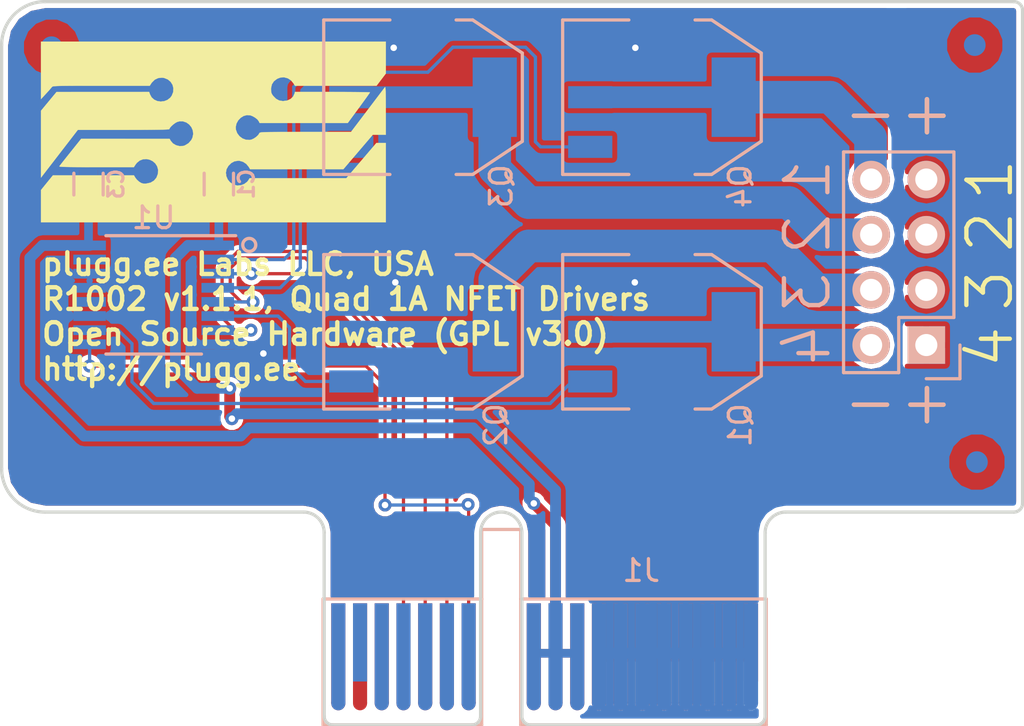
<source format=kicad_pcb>
(kicad_pcb (version 4) (host pcbnew 4.0.6-e0-6349~53~ubuntu14.04.1)

  (general
    (links 86)
    (no_connects 0)
    (area 124.924999 69.924999 172.075001 103.375001)
    (thickness 1.6)
    (drawings 39)
    (tracks 171)
    (zones 0)
    (modules 13)
    (nets 26)
  )

  (page A4)
  (layers
    (0 F.Cu signal hide)
    (31 B.Cu signal hide)
    (32 B.Adhes user)
    (33 F.Adhes user)
    (34 B.Paste user)
    (35 F.Paste user)
    (36 B.SilkS user)
    (37 F.SilkS user)
    (38 B.Mask user hide)
    (39 F.Mask user hide)
    (40 Dwgs.User user)
    (41 Cmts.User user)
    (42 Eco1.User user)
    (43 Eco2.User user)
    (44 Edge.Cuts user)
    (45 Margin user)
    (46 B.CrtYd user)
    (47 F.CrtYd user)
    (48 B.Fab user)
    (49 F.Fab user)
  )

  (setup
    (last_trace_width 0.15)
    (user_trace_width 0.2)
    (user_trace_width 0.3)
    (user_trace_width 0.4)
    (user_trace_width 0.5)
    (user_trace_width 1)
    (user_trace_width 1.5)
    (trace_clearance 0.15)
    (zone_clearance 0.22)
    (zone_45_only yes)
    (trace_min 0.15)
    (segment_width 0.2)
    (edge_width 0.15)
    (via_size 0.6)
    (via_drill 0.3)
    (via_min_size 0.6)
    (via_min_drill 0.3)
    (uvia_size 0.3)
    (uvia_drill 0.1)
    (uvias_allowed no)
    (uvia_min_size 0.2)
    (uvia_min_drill 0.1)
    (pcb_text_width 0.3)
    (pcb_text_size 1.5 1.5)
    (mod_edge_width 0.15)
    (mod_text_size 1 1)
    (mod_text_width 0.15)
    (pad_size 1.524 1.524)
    (pad_drill 0.762)
    (pad_to_mask_clearance 0)
    (aux_axis_origin 0 0)
    (visible_elements FFFEFFFF)
    (pcbplotparams
      (layerselection 0x010fc_80000001)
      (usegerberextensions false)
      (excludeedgelayer true)
      (linewidth 0.100000)
      (plotframeref false)
      (viasonmask false)
      (mode 1)
      (useauxorigin false)
      (hpglpennumber 1)
      (hpglpenspeed 20)
      (hpglpendiameter 15)
      (hpglpenoverlay 2)
      (psnegative false)
      (psa4output false)
      (plotreference true)
      (plotvalue true)
      (plotinvisibletext false)
      (padsonsilk false)
      (subtractmaskfromsilk false)
      (outputformat 1)
      (mirror false)
      (drillshape 0)
      (scaleselection 1)
      (outputdirectory Gerbers/))
  )

  (net 0 "")
  (net 1 C2D)
  (net 2 GND)
  (net 3 +3V3)
  (net 4 ID2)
  (net 5 ID3)
  (net 6 RESERVED0)
  (net 7 ID0)
  (net 8 ID1)
  (net 9 HT)
  (net 10 +5V)
  (net 11 PX3)
  (net 12 PX4)
  (net 13 SCL)
  (net 14 SDA)
  (net 15 ~MRESET)
  (net 16 PX1)
  (net 17 PX2)
  (net 18 /GN4)
  (net 19 /GN3)
  (net 20 /GN2)
  (net 21 /GN1)
  (net 22 /DN1)
  (net 23 /DN2)
  (net 24 /DN3)
  (net 25 /DN4)

  (net_class Default "This is the default net class."
    (clearance 0.15)
    (trace_width 0.15)
    (via_dia 0.6)
    (via_drill 0.3)
    (uvia_dia 0.3)
    (uvia_drill 0.1)
    (add_net +3V3)
    (add_net +5V)
    (add_net /DN1)
    (add_net /DN2)
    (add_net /DN3)
    (add_net /DN4)
    (add_net /GN1)
    (add_net /GN2)
    (add_net /GN3)
    (add_net /GN4)
    (add_net C2D)
    (add_net GND)
    (add_net HT)
    (add_net ID0)
    (add_net ID1)
    (add_net ID2)
    (add_net ID3)
    (add_net PX1)
    (add_net PX2)
    (add_net PX3)
    (add_net PX4)
    (add_net RESERVED0)
    (add_net SCL)
    (add_net SDA)
    (add_net ~MRESET)
  )

  (module Main:PCIEXPRESS-X1 (layer B.Cu) (tedit 575B4175) (tstamp 575B4241)
    (at 150 100 180)
    (path /575CF2BC)
    (fp_text reference J1 (at -4.445 3.81 180) (layer B.SilkS)
      (effects (font (size 1 1) (thickness 0.15)) (justify mirror))
    )
    (fp_text value PCIEXPRESS-X1 (at 6.985 3.81 180) (layer B.Fab) hide
      (effects (font (size 1 1) (thickness 0.15)) (justify mirror))
    )
    (fp_line (start 1.09982 2.49936) (end 1.09982 5.69976) (layer B.SilkS) (width 0.15))
    (fp_line (start 1.09982 5.69976) (end 2.90068 5.69976) (layer B.SilkS) (width 0.15))
    (fp_line (start 2.90068 5.69976) (end 2.90068 2.49936) (layer B.SilkS) (width 0.15))
    (fp_line (start -10.20064 2.49936) (end 1.09982 2.49936) (layer B.SilkS) (width 0.15))
    (fp_line (start 1.09982 2.49936) (end 1.09982 -3.29946) (layer B.SilkS) (width 0.15))
    (fp_line (start 1.09982 -3.29946) (end -10.20064 -3.29946) (layer B.SilkS) (width 0.15))
    (fp_line (start -10.20064 -3.29946) (end -10.20064 2.49936) (layer B.SilkS) (width 0.15))
    (fp_line (start 10.20064 2.49936) (end 2.90068 2.49936) (layer B.SilkS) (width 0.15))
    (fp_line (start 2.90068 -3.29946) (end 10.20064 -3.29946) (layer B.SilkS) (width 0.15))
    (fp_line (start 2.90068 2.49936) (end 2.90068 -3.29946) (layer B.SilkS) (width 0.15))
    (fp_line (start 10.20064 2.49936) (end 10.20064 -3.29946) (layer B.SilkS) (width 0.15))
    (pad B18 connect circle (at 9.4996 -2.30124 180) (size 0.65024 0.65024) (layers B.Cu B.Mask)
      (net 1 C2D))
    (pad B1 connect rect (at -9.4996 0 180) (size 0.65024 4.59994) (layers B.Cu B.Mask)
      (net 2 GND))
    (pad B2 connect rect (at -8.49884 0 180) (size 0.65024 4.59994) (layers B.Cu B.Mask)
      (net 2 GND))
    (pad B3 connect rect (at -7.50062 0 180) (size 0.65024 4.59994) (layers B.Cu B.Mask)
      (net 2 GND))
    (pad B4 connect rect (at -6.49986 0 180) (size 0.65024 4.59994) (layers B.Cu B.Mask)
      (net 2 GND))
    (pad B5 connect rect (at -5.4991 0 180) (size 0.65024 4.59994) (layers B.Cu B.Mask)
      (net 2 GND))
    (pad B6 connect rect (at -4.50088 0 180) (size 0.65024 4.59994) (layers B.Cu B.Mask)
      (net 2 GND))
    (pad B7 connect rect (at -3.50012 0 180) (size 0.65024 4.59994) (layers B.Cu B.Mask)
      (net 2 GND))
    (pad B8 connect rect (at -2.49936 0 180) (size 0.65024 4.59994) (layers B.Cu B.Mask)
      (net 2 GND))
    (pad B9 connect rect (at -1.50114 0 180) (size 0.65024 4.59994) (layers B.Cu B.Mask)
      (net 3 +3V3))
    (pad B10 connect rect (at -0.50038 0 180) (size 0.65024 4.59994) (layers B.Cu B.Mask)
      (net 3 +3V3))
    (pad B11 connect rect (at 0.50038 0 180) (size 0.65024 4.59994) (layers B.Cu B.Mask)
      (net 3 +3V3))
    (pad B14 connect rect (at 5.4991 0 180) (size 0.65024 4.59994) (layers B.Cu B.Mask)
      (net 4 ID2))
    (pad B15 connect rect (at 6.49986 0 180) (size 0.65024 4.59994) (layers B.Cu B.Mask)
      (net 5 ID3))
    (pad B16 connect rect (at 7.50062 0 180) (size 0.65024 4.59994) (layers B.Cu B.Mask)
      (net 6 RESERVED0))
    (pad B17 connect rect (at 8.49884 0.50038 180) (size 0.65024 3.59918) (layers B.Cu B.Mask))
    (pad B18 connect rect (at 9.4996 0 180) (size 0.65024 4.59994) (layers B.Cu B.Mask)
      (net 1 C2D))
    (pad B12 connect rect (at 3.50012 0 180) (size 0.65024 4.59994) (layers B.Cu B.Mask)
      (net 7 ID0))
    (pad B13 connect rect (at 4.50088 0 180) (size 0.65024 4.59994) (layers B.Cu B.Mask)
      (net 8 ID1))
    (pad A1 connect rect (at -9.4996 0.50038 180) (size 0.65024 3.59918) (layers F.Cu F.Mask)
      (net 9 HT))
    (pad A2 connect rect (at -8.49884 0 180) (size 0.65024 4.59994) (layers F.Cu F.Mask)
      (net 9 HT))
    (pad A3 connect rect (at -7.50062 0 180) (size 0.65024 4.59994) (layers F.Cu F.Mask)
      (net 9 HT))
    (pad A4 connect rect (at -6.49986 0 180) (size 0.65024 4.59994) (layers F.Cu F.Mask)
      (net 9 HT))
    (pad A5 connect rect (at -5.4991 0 180) (size 0.65024 4.59994) (layers F.Cu F.Mask)
      (net 9 HT))
    (pad A6 connect rect (at -4.50088 0 180) (size 0.65024 4.59994) (layers F.Cu F.Mask)
      (net 9 HT))
    (pad A7 connect rect (at -3.50012 0 180) (size 0.65024 4.59994) (layers F.Cu F.Mask)
      (net 9 HT))
    (pad A8 connect rect (at -2.49936 0 180) (size 0.65024 4.59994) (layers F.Cu F.Mask)
      (net 9 HT))
    (pad A9 connect rect (at -1.50114 0 180) (size 0.65024 4.59994) (layers F.Cu F.Mask)
      (net 10 +5V))
    (pad A10 connect rect (at -0.50038 0 180) (size 0.65024 4.59994) (layers F.Cu F.Mask)
      (net 10 +5V))
    (pad A11 connect rect (at 0.50038 0 180) (size 0.65024 4.59994) (layers F.Cu F.Mask)
      (net 10 +5V))
    (pad A14 connect rect (at 5.4991 0 180) (size 0.65024 4.59994) (layers F.Cu F.Mask)
      (net 11 PX3))
    (pad A15 connect rect (at 6.49986 0 180) (size 0.65024 4.59994) (layers F.Cu F.Mask)
      (net 12 PX4))
    (pad A16 connect rect (at 7.50062 0 180) (size 0.65024 4.59994) (layers F.Cu F.Mask)
      (net 13 SCL))
    (pad A17 connect rect (at 8.49884 0 180) (size 0.65024 4.59994) (layers F.Cu F.Mask)
      (net 14 SDA))
    (pad A18 connect rect (at 9.4996 0 180) (size 0.65024 4.59994) (layers F.Cu F.Mask)
      (net 15 ~MRESET))
    (pad A12 connect rect (at 3.50012 0 180) (size 0.65024 4.59994) (layers F.Cu F.Mask)
      (net 16 PX1))
    (pad A13 connect rect (at 4.50088 0 180) (size 0.65024 4.59994) (layers F.Cu F.Mask)
      (net 17 PX2))
    (pad B3 connect circle (at -7.50062 -2.30124 180) (size 0.65024 0.65024) (layers B.Cu B.Mask)
      (net 2 GND))
    (pad B4 connect circle (at -6.49986 -2.30124 180) (size 0.65024 0.65024) (layers B.Cu B.Mask)
      (net 2 GND))
    (pad B5 connect circle (at -5.4991 -2.30124 180) (size 0.65024 0.65024) (layers B.Cu B.Mask)
      (net 2 GND))
    (pad B6 connect circle (at -4.50088 -2.30124 180) (size 0.65024 0.65024) (layers B.Cu B.Mask)
      (net 2 GND))
    (pad B7 connect circle (at -3.50012 -2.30124 180) (size 0.65024 0.65024) (layers B.Cu B.Mask)
      (net 2 GND))
    (pad B8 connect circle (at -2.49936 -2.30124 180) (size 0.65024 0.65024) (layers B.Cu B.Mask)
      (net 2 GND))
    (pad B9 connect circle (at -1.50114 -2.30124 180) (size 0.65024 0.65024) (layers B.Cu B.Mask)
      (net 3 +3V3))
    (pad B10 connect circle (at -0.50038 -2.30124 180) (size 0.65024 0.65024) (layers B.Cu B.Mask)
      (net 3 +3V3))
    (pad B11 connect circle (at 0.50038 -2.30124 180) (size 0.65024 0.65024) (layers B.Cu B.Mask)
      (net 3 +3V3))
    (pad B1 connect circle (at -9.4996 -2.30124 180) (size 0.65024 0.65024) (layers B.Cu B.Mask)
      (net 2 GND))
    (pad B12 connect circle (at 3.50012 -2.30124 180) (size 0.65024 0.65024) (layers B.Cu B.Mask)
      (net 7 ID0))
    (pad B13 connect circle (at 4.50088 -2.30124 180) (size 0.65024 0.65024) (layers B.Cu B.Mask)
      (net 8 ID1))
    (pad B14 connect circle (at 5.4991 -2.30124 180) (size 0.65024 0.65024) (layers B.Cu B.Mask)
      (net 4 ID2))
    (pad B15 connect circle (at 6.49986 -2.30124 180) (size 0.65024 0.65024) (layers B.Cu B.Mask)
      (net 5 ID3))
    (pad B16 connect circle (at 7.50062 -2.30124 180) (size 0.65024 0.65024) (layers B.Cu B.Mask)
      (net 6 RESERVED0))
    (pad B2 connect circle (at -8.49884 -2.30124 180) (size 0.65024 0.65024) (layers B.Cu B.Mask)
      (net 2 GND))
    (pad A4 connect oval (at -6.49986 -2.30124 90) (size 0.65024 0.65024) (layers F.Cu F.Mask)
      (net 9 HT))
    (pad A5 connect oval (at -5.4991 -2.30124 90) (size 0.65024 0.65024) (layers F.Cu F.Mask)
      (net 9 HT))
    (pad A6 connect oval (at -4.50088 -2.30124 90) (size 0.65024 0.65024) (layers F.Cu F.Mask)
      (net 9 HT))
    (pad A7 connect oval (at -3.50012 -2.30124 90) (size 0.65024 0.65024) (layers F.Cu F.Mask)
      (net 9 HT))
    (pad A8 connect oval (at -2.49936 -2.30124 90) (size 0.65024 0.65024) (layers F.Cu F.Mask)
      (net 9 HT))
    (pad A9 connect oval (at -1.50114 -2.30124 90) (size 0.65024 0.65024) (layers F.Cu F.Mask)
      (net 10 +5V))
    (pad A10 connect oval (at -0.50038 -2.30124 90) (size 0.65024 0.65024) (layers F.Cu F.Mask)
      (net 10 +5V))
    (pad A14 connect oval (at 5.4991 -2.30124 90) (size 0.65024 0.65024) (layers F.Cu F.Mask)
      (net 11 PX3))
    (pad A15 connect oval (at 6.49986 -2.30124 90) (size 0.65024 0.65024) (layers F.Cu F.Mask)
      (net 12 PX4))
    (pad A3 connect oval (at -7.50062 -2.30124 90) (size 0.65024 0.65024) (layers F.Cu F.Mask)
      (net 9 HT))
    (pad A13 connect oval (at 4.50088 -2.30124 90) (size 0.65024 0.65024) (layers F.Cu F.Mask)
      (net 17 PX2))
    (pad A16 connect oval (at 7.50062 -2.30124 90) (size 0.65024 0.65024) (layers F.Cu F.Mask)
      (net 13 SCL))
    (pad A11 connect oval (at 0.50038 -2.30124 90) (size 0.65024 0.65024) (layers F.Cu F.Mask)
      (net 10 +5V))
    (pad A12 connect oval (at 3.50012 -2.30124 90) (size 0.65024 0.65024) (layers F.Cu F.Mask)
      (net 16 PX1))
    (pad A17 connect oval (at 8.49884 -2.30124 90) (size 0.65024 0.65024) (layers F.Cu F.Mask)
      (net 14 SDA))
    (pad A18 connect oval (at 9.4996 -2.30124 90) (size 0.65024 0.65024) (layers F.Cu F.Mask)
      (net 15 ~MRESET))
    (pad A2 connect oval (at -8.49884 -2.30124 90) (size 0.65024 0.65024) (layers F.Cu F.Mask)
      (net 9 HT))
  )

  (module TO_SOT_Packages_SMD:SOT-223 (layer B.Cu) (tedit 58D5BEFA) (tstamp 5772DC4D)
    (at 155.4 85.2 90)
    (descr "module CMS SOT223 4 pins")
    (tags "CMS SOT")
    (path /5772D96F)
    (zone_connect 2)
    (attr smd)
    (fp_text reference Q1 (at -4.3 3.6 90) (layer B.SilkS)
      (effects (font (size 1 1) (thickness 0.15)) (justify mirror))
    )
    (fp_text value Q_NMOS_GDSD (at 0 -0.762 90) (layer B.Fab)
      (effects (font (size 1 1) (thickness 0.15)) (justify mirror))
    )
    (fp_line (start -3.556 -1.524) (end -3.556 -4.572) (layer B.SilkS) (width 0.15))
    (fp_line (start -3.556 -4.572) (end 3.556 -4.572) (layer B.SilkS) (width 0.15))
    (fp_line (start 3.556 -4.572) (end 3.556 -1.524) (layer B.SilkS) (width 0.15))
    (fp_line (start -3.556 1.524) (end -3.556 2.286) (layer B.SilkS) (width 0.15))
    (fp_line (start -3.556 2.286) (end -2.032 4.572) (layer B.SilkS) (width 0.15))
    (fp_line (start -2.032 4.572) (end 2.032 4.572) (layer B.SilkS) (width 0.15))
    (fp_line (start 2.032 4.572) (end 3.556 2.286) (layer B.SilkS) (width 0.15))
    (fp_line (start 3.556 2.286) (end 3.556 1.524) (layer B.SilkS) (width 0.15))
    (pad 4 smd rect (at 0 3.302 90) (size 3.6576 2.032) (layers B.Cu B.Paste B.Mask)
      (net 25 /DN4) (zone_connect 2))
    (pad 2 smd rect (at 0 -3.302 90) (size 1.016 2.032) (layers B.Cu B.Paste B.Mask)
      (net 25 /DN4) (zone_connect 2))
    (pad 3 smd rect (at 2.286 -3.302 90) (size 1.016 2.032) (layers B.Cu B.Paste B.Mask)
      (net 2 GND) (zone_connect 2))
    (pad 1 smd rect (at -2.286 -3.302 90) (size 1.016 2.032) (layers B.Cu B.Paste B.Mask)
      (net 18 /GN4) (zone_connect 2))
    (model TO_SOT_Packages_SMD.3dshapes/SOT-223.wrl
      (at (xyz 0 0 0))
      (scale (xyz 0.4 0.4 0.4))
      (rotate (xyz 0 0 0))
    )
  )

  (module TO_SOT_Packages_SMD:SOT-223 (layer B.Cu) (tedit 58D5BEFD) (tstamp 5772DC5D)
    (at 144.4 85.2 90)
    (descr "module CMS SOT223 4 pins")
    (tags "CMS SOT")
    (path /5772DEA3)
    (zone_connect 2)
    (attr smd)
    (fp_text reference Q2 (at -4.3 3.35 90) (layer B.SilkS)
      (effects (font (size 1 1) (thickness 0.15)) (justify mirror))
    )
    (fp_text value Q_NMOS_GDSD (at 0 -0.762 90) (layer B.Fab)
      (effects (font (size 1 1) (thickness 0.15)) (justify mirror))
    )
    (fp_line (start -3.556 -1.524) (end -3.556 -4.572) (layer B.SilkS) (width 0.15))
    (fp_line (start -3.556 -4.572) (end 3.556 -4.572) (layer B.SilkS) (width 0.15))
    (fp_line (start 3.556 -4.572) (end 3.556 -1.524) (layer B.SilkS) (width 0.15))
    (fp_line (start -3.556 1.524) (end -3.556 2.286) (layer B.SilkS) (width 0.15))
    (fp_line (start -3.556 2.286) (end -2.032 4.572) (layer B.SilkS) (width 0.15))
    (fp_line (start -2.032 4.572) (end 2.032 4.572) (layer B.SilkS) (width 0.15))
    (fp_line (start 2.032 4.572) (end 3.556 2.286) (layer B.SilkS) (width 0.15))
    (fp_line (start 3.556 2.286) (end 3.556 1.524) (layer B.SilkS) (width 0.15))
    (pad 4 smd rect (at 0 3.302 90) (size 3.6576 2.032) (layers B.Cu B.Paste B.Mask)
      (net 24 /DN3) (zone_connect 2))
    (pad 2 smd rect (at 0 -3.302 90) (size 1.016 2.032) (layers B.Cu B.Paste B.Mask)
      (net 24 /DN3) (zone_connect 2))
    (pad 3 smd rect (at 2.286 -3.302 90) (size 1.016 2.032) (layers B.Cu B.Paste B.Mask)
      (net 2 GND) (zone_connect 2))
    (pad 1 smd rect (at -2.286 -3.302 90) (size 1.016 2.032) (layers B.Cu B.Paste B.Mask)
      (net 19 /GN3) (zone_connect 2))
    (model TO_SOT_Packages_SMD.3dshapes/SOT-223.wrl
      (at (xyz 0 0 0))
      (scale (xyz 0.4 0.4 0.4))
      (rotate (xyz 0 0 0))
    )
  )

  (module TO_SOT_Packages_SMD:SOT-223 (layer B.Cu) (tedit 58D5BEE4) (tstamp 5772DC6D)
    (at 144.4 74.4 90)
    (descr "module CMS SOT223 4 pins")
    (tags "CMS SOT")
    (path /5772DF33)
    (zone_connect 2)
    (attr smd)
    (fp_text reference Q3 (at -4.1 3.6 90) (layer B.SilkS)
      (effects (font (size 1 1) (thickness 0.15)) (justify mirror))
    )
    (fp_text value Q_NMOS_GDSD (at 0 -0.762 90) (layer B.Fab)
      (effects (font (size 1 1) (thickness 0.15)) (justify mirror))
    )
    (fp_line (start -3.556 -1.524) (end -3.556 -4.572) (layer B.SilkS) (width 0.15))
    (fp_line (start -3.556 -4.572) (end 3.556 -4.572) (layer B.SilkS) (width 0.15))
    (fp_line (start 3.556 -4.572) (end 3.556 -1.524) (layer B.SilkS) (width 0.15))
    (fp_line (start -3.556 1.524) (end -3.556 2.286) (layer B.SilkS) (width 0.15))
    (fp_line (start -3.556 2.286) (end -2.032 4.572) (layer B.SilkS) (width 0.15))
    (fp_line (start -2.032 4.572) (end 2.032 4.572) (layer B.SilkS) (width 0.15))
    (fp_line (start 2.032 4.572) (end 3.556 2.286) (layer B.SilkS) (width 0.15))
    (fp_line (start 3.556 2.286) (end 3.556 1.524) (layer B.SilkS) (width 0.15))
    (pad 4 smd rect (at 0 3.302 90) (size 3.6576 2.032) (layers B.Cu B.Paste B.Mask)
      (net 23 /DN2) (zone_connect 2))
    (pad 2 smd rect (at 0 -3.302 90) (size 1.016 2.032) (layers B.Cu B.Paste B.Mask)
      (net 23 /DN2) (zone_connect 2))
    (pad 3 smd rect (at 2.286 -3.302 90) (size 1.016 2.032) (layers B.Cu B.Paste B.Mask)
      (net 2 GND) (zone_connect 2))
    (pad 1 smd rect (at -2.286 -3.302 90) (size 1.016 2.032) (layers B.Cu B.Paste B.Mask)
      (net 20 /GN2) (zone_connect 2))
    (model TO_SOT_Packages_SMD.3dshapes/SOT-223.wrl
      (at (xyz 0 0 0))
      (scale (xyz 0.4 0.4 0.4))
      (rotate (xyz 0 0 0))
    )
  )

  (module TO_SOT_Packages_SMD:SOT-223 (layer B.Cu) (tedit 58D5BEF4) (tstamp 5772DC7D)
    (at 155.4 74.4 90)
    (descr "module CMS SOT223 4 pins")
    (tags "CMS SOT")
    (path /5772DF9C)
    (zone_connect 2)
    (attr smd)
    (fp_text reference Q4 (at -4.1 3.6 90) (layer B.SilkS)
      (effects (font (size 1 1) (thickness 0.15)) (justify mirror))
    )
    (fp_text value Q_NMOS_GDSD (at 0 -0.762 90) (layer B.Fab)
      (effects (font (size 1 1) (thickness 0.15)) (justify mirror))
    )
    (fp_line (start -3.556 -1.524) (end -3.556 -4.572) (layer B.SilkS) (width 0.15))
    (fp_line (start -3.556 -4.572) (end 3.556 -4.572) (layer B.SilkS) (width 0.15))
    (fp_line (start 3.556 -4.572) (end 3.556 -1.524) (layer B.SilkS) (width 0.15))
    (fp_line (start -3.556 1.524) (end -3.556 2.286) (layer B.SilkS) (width 0.15))
    (fp_line (start -3.556 2.286) (end -2.032 4.572) (layer B.SilkS) (width 0.15))
    (fp_line (start -2.032 4.572) (end 2.032 4.572) (layer B.SilkS) (width 0.15))
    (fp_line (start 2.032 4.572) (end 3.556 2.286) (layer B.SilkS) (width 0.15))
    (fp_line (start 3.556 2.286) (end 3.556 1.524) (layer B.SilkS) (width 0.15))
    (pad 4 smd rect (at 0 3.302 90) (size 3.6576 2.032) (layers B.Cu B.Paste B.Mask)
      (net 22 /DN1) (zone_connect 2))
    (pad 2 smd rect (at 0 -3.302 90) (size 1.016 2.032) (layers B.Cu B.Paste B.Mask)
      (net 22 /DN1) (zone_connect 2))
    (pad 3 smd rect (at 2.286 -3.302 90) (size 1.016 2.032) (layers B.Cu B.Paste B.Mask)
      (net 2 GND) (zone_connect 2))
    (pad 1 smd rect (at -2.286 -3.302 90) (size 1.016 2.032) (layers B.Cu B.Paste B.Mask)
      (net 21 /GN1) (zone_connect 2))
    (model TO_SOT_Packages_SMD.3dshapes/SOT-223.wrl
      (at (xyz 0 0 0))
      (scale (xyz 0.4 0.4 0.4))
      (rotate (xyz 0 0 0))
    )
  )

  (module pluggee:pluggeeLabsIcon-16X8 (layer F.Cu) (tedit 0) (tstamp 58D57896)
    (at 134.75 76 180)
    (path /58D578C8)
    (fp_text reference A1 (at 0 0 180) (layer F.SilkS) hide
      (effects (font (thickness 0.3)))
    )
    (fp_text value ART (at 0.75 0 180) (layer F.SilkS) hide
      (effects (font (thickness 0.3)))
    )
    (fp_poly (pts (xy 7.9375 -2.672447) (xy 7.391846 -2.000251) (xy 5.524684 -2.00025) (xy 3.657522 -2.00025)
      (xy 3.593078 -2.109474) (xy 3.52497 -2.195927) (xy 3.432187 -2.280637) (xy 3.399991 -2.30383)
      (xy 3.316515 -2.352706) (xy 3.240573 -2.375634) (xy 3.144042 -2.378874) (xy 3.079872 -2.375112)
      (xy 2.891651 -2.333311) (xy 2.736834 -2.241349) (xy 2.622568 -2.10544) (xy 2.556003 -1.931796)
      (xy 2.553114 -1.917327) (xy 2.546188 -1.737138) (xy 2.590288 -1.579105) (xy 2.675815 -1.4471)
      (xy 2.793167 -1.344997) (xy 2.932745 -1.276667) (xy 3.084946 -1.245984) (xy 3.240171 -1.25682)
      (xy 3.38882 -1.313047) (xy 3.521291 -1.418539) (xy 3.585131 -1.501041) (xy 3.661888 -1.619251)
      (xy 5.388818 -1.619251) (xy 5.776474 -1.618983) (xy 6.104767 -1.618114) (xy 6.377835 -1.61655)
      (xy 6.599813 -1.614192) (xy 6.774837 -1.610945) (xy 6.907042 -1.606712) (xy 7.000566 -1.601397)
      (xy 7.059543 -1.594903) (xy 7.08811 -1.587134) (xy 7.091638 -1.579563) (xy 7.065771 -1.544591)
      (xy 7.005869 -1.467368) (xy 6.917656 -1.355153) (xy 6.806857 -1.215207) (xy 6.679194 -1.054789)
      (xy 6.57845 -0.928688) (xy 6.089372 -0.317501) (xy 4.052748 -0.317701) (xy 2.016125 -0.317902)
      (xy 1.962419 -0.412289) (xy 1.861679 -0.529425) (xy 1.722559 -0.611213) (xy 1.562839 -0.65194)
      (xy 1.400298 -0.645894) (xy 1.315286 -0.620207) (xy 1.142547 -0.516676) (xy 1.016597 -0.370744)
      (xy 0.964805 -0.264947) (xy 0.929341 -0.094751) (xy 0.947704 0.069007) (xy 1.01162 0.217747)
      (xy 1.112814 0.34289) (xy 1.243011 0.435856) (xy 1.393938 0.488067) (xy 1.557318 0.490942)
      (xy 1.666226 0.46231) (xy 1.752506 0.416273) (xy 1.847441 0.346197) (xy 1.935782 0.266066)
      (xy 2.00228 0.189862) (xy 2.031684 0.131569) (xy 2.032 0.126908) (xy 2.063614 0.119836)
      (xy 2.157925 0.113631) (xy 2.314135 0.108305) (xy 2.531448 0.103871) (xy 2.809065 0.10034)
      (xy 3.14619 0.097725) (xy 3.542025 0.096037) (xy 3.995772 0.095289) (xy 4.137175 0.09525)
      (xy 6.242351 0.095249) (xy 7.089925 -1.003648) (xy 7.9375 -2.102545) (xy 7.9375 0.977376)
      (xy 7.580312 1.408741) (xy 7.223125 1.840105) (xy 5.090399 1.840802) (xy 2.957674 1.8415)
      (xy 2.922728 1.735612) (xy 2.845738 1.592506) (xy 2.729856 1.488125) (xy 2.587116 1.423263)
      (xy 2.429552 1.398715) (xy 2.269197 1.415274) (xy 2.118086 1.473735) (xy 1.988253 1.574891)
      (xy 1.91778 1.669291) (xy 1.850254 1.839804) (xy 1.839916 2.010188) (xy 1.881276 2.170131)
      (xy 1.968845 2.309316) (xy 2.097132 2.417429) (xy 2.260649 2.484157) (xy 2.359484 2.499199)
      (xy 2.540921 2.482357) (xy 2.701006 2.407286) (xy 2.832592 2.277645) (xy 2.854881 2.245459)
      (xy 2.931638 2.12725) (xy 5.162894 2.12725) (xy 5.59363 2.127189) (xy 5.965311 2.126931)
      (xy 6.282381 2.126361) (xy 6.549286 2.125366) (xy 6.770468 2.123831) (xy 6.950374 2.121642)
      (xy 7.093448 2.118685) (xy 7.204134 2.114845) (xy 7.286877 2.110009) (xy 7.346122 2.104062)
      (xy 7.386313 2.096891) (xy 7.411895 2.08838) (xy 7.427313 2.078416) (xy 7.435637 2.068873)
      (xy 7.47392 2.021825) (xy 7.544397 1.941065) (xy 7.635882 1.839258) (xy 7.707312 1.761298)
      (xy 7.9375 1.512098) (xy 7.9375 4.15925) (xy -7.9375 4.15925) (xy -7.9375 2.688196)
      (xy -7.509706 2.12725) (xy -5.63124 2.12725) (xy -3.752773 2.127249) (xy -3.688329 2.236473)
      (xy -3.571643 2.37785) (xy -3.423244 2.472213) (xy -3.255893 2.515964) (xy -3.082352 2.505506)
      (xy -2.935025 2.448817) (xy -2.78592 2.335518) (xy -2.692871 2.193123) (xy -2.653784 2.018042)
      (xy -2.652212 1.964385) (xy -2.658491 1.84716) (xy -2.681995 1.763529) (xy -2.73228 1.684047)
      (xy -2.750828 1.660542) (xy -2.881344 1.528115) (xy -3.019707 1.451293) (xy -3.180728 1.422562)
      (xy -3.221213 1.421954) (xy -3.40284 1.448299) (xy -3.555673 1.51942) (xy -3.669787 1.628645)
      (xy -3.734757 1.767283) (xy -3.753384 1.8415) (xy -5.480317 1.8415) (xy -5.804828 1.84115)
      (xy -6.109463 1.840144) (xy -6.38846 1.838547) (xy -6.636056 1.836426) (xy -6.846485 1.833845)
      (xy -7.013986 1.830869) (xy -7.132794 1.827565) (xy -7.197146 1.823999) (xy -7.207251 1.821876)
      (xy -7.189178 1.792127) (xy -7.138199 1.718128) (xy -7.059177 1.606677) (xy -6.956972 1.464575)
      (xy -6.836444 1.298619) (xy -6.702454 1.115609) (xy -6.696495 1.107501) (xy -6.185739 0.41275)
      (xy -2.125889 0.41275) (xy -2.090247 0.490975) (xy -2.027738 0.573654) (xy -1.924235 0.657612)
      (xy -1.800249 0.728336) (xy -1.703337 0.76475) (xy -1.545731 0.777984) (xy -1.393042 0.737467)
      (xy -1.255042 0.652763) (xy -1.141503 0.533435) (xy -1.062197 0.389048) (xy -1.026896 0.229165)
      (xy -1.034201 0.109895) (xy -1.094207 -0.056773) (xy -1.199417 -0.19582) (xy -1.337729 -0.299435)
      (xy -1.497039 -0.359809) (xy -1.665245 -0.36913) (xy -1.74984 -0.351926) (xy -1.85936 -0.303082)
      (xy -1.968986 -0.228669) (xy -2.059232 -0.144309) (xy -2.110612 -0.065628) (xy -2.111996 -0.061545)
      (xy -2.117415 -0.049345) (xy -2.12838 -0.038873) (xy -2.149438 -0.029997) (xy -2.185134 -0.022586)
      (xy -2.240013 -0.016507) (xy -2.318623 -0.01163) (xy -2.425507 -0.00782) (xy -2.565212 -0.004948)
      (xy -2.742284 -0.002881) (xy -2.961268 -0.001487) (xy -3.226711 -0.000633) (xy -3.543157 -0.000189)
      (xy -3.915152 -0.000023) (xy -4.232906 0) (xy -6.334282 0) (xy -7.096204 1.005741)
      (xy -7.264754 1.228202) (xy -7.422305 1.436092) (xy -7.564506 1.623676) (xy -7.687006 1.785216)
      (xy -7.785453 1.914975) (xy -7.855499 2.007217) (xy -7.892791 2.056203) (xy -7.896803 2.061429)
      (xy -7.907366 2.063054) (xy -7.91597 2.034729) (xy -7.922793 1.971604) (xy -7.928017 1.868832)
      (xy -7.931821 1.72156) (xy -7.934385 1.524941) (xy -7.935889 1.274125) (xy -7.936491 0.992187)
      (xy -7.9375 -0.127) (xy -7.33864 -0.127) (xy -6.661758 -0.919663) (xy -5.984875 -1.712326)
      (xy -3.836949 -1.713413) (xy -1.689023 -1.714501) (xy -1.624579 -1.605277) (xy -1.511671 -1.469556)
      (xy -1.363986 -1.373267) (xy -1.198946 -1.326564) (xy -1.141587 -1.323789) (xy -0.969591 -1.351361)
      (xy -0.819933 -1.431996) (xy -0.689389 -1.562438) (xy -0.604399 -1.712563) (xy -0.574047 -1.873662)
      (xy -0.593346 -2.034858) (xy -0.657311 -2.185273) (xy -0.760959 -2.314027) (xy -0.899304 -2.410244)
      (xy -1.067361 -2.463044) (xy -1.104094 -2.467437) (xy -1.265806 -2.454635) (xy -1.421591 -2.395068)
      (xy -1.550438 -2.298656) (xy -1.603375 -2.231661) (xy -1.666875 -2.129697) (xy -3.893755 -2.128474)
      (xy -6.120634 -2.12725) (xy -6.811924 -1.317625) (xy -7.503215 -0.508) (xy -7.9375 -0.508)
      (xy -7.9375 -4.15925) (xy 7.9375 -4.15925) (xy 7.9375 -2.672447)) (layer F.SilkS) (width 0.01))
  )

  (module Main:SOP65P500X440X120-16 (layer B.Cu) (tedit 58D590A0) (tstamp 5772DCF7)
    (at 132 83.5 180)
    (descr "16-Lead Plastic Thin Shrink Small Outline (ST)-4.4 mm Body [TSSOP] (see Microchip Packaging Specification 00000049BS.pdf)")
    (tags "SSOP 0.65")
    (path /5772D7E8)
    (attr smd)
    (fp_text reference U1 (at 0 3.55 180) (layer B.SilkS)
      (effects (font (size 1 1) (thickness 0.15)) (justify mirror))
    )
    (fp_text value MC14504B-TSSOP (at 0 0 180) (layer B.Fab) hide
      (effects (font (size 0.15 0.15) (thickness 0.03175)) (justify mirror))
    )
    (fp_circle (center -4.4 2.3) (end -4.1 2.3) (layer B.SilkS) (width 0.1524))
    (fp_line (start -3.95 2.8) (end -3.95 -2.8) (layer B.CrtYd) (width 0.05))
    (fp_line (start 3.95 2.8) (end 3.95 -2.8) (layer B.CrtYd) (width 0.05))
    (fp_line (start -3.95 2.8) (end 3.95 2.8) (layer B.CrtYd) (width 0.05))
    (fp_line (start -3.95 -2.8) (end 3.95 -2.8) (layer B.CrtYd) (width 0.05))
    (fp_line (start -2.2 -2.725) (end 2.2 -2.725) (layer B.SilkS) (width 0.15))
    (fp_line (start -3.775 2.725) (end 2.2 2.725) (layer B.SilkS) (width 0.15))
    (pad 1 smd rect (at -2.95 2.275 180) (size 1.5 0.45) (layers B.Cu B.Paste B.Mask)
      (net 3 +3V3))
    (pad 2 smd rect (at -2.95 1.625 180) (size 1.5 0.45) (layers B.Cu B.Paste B.Mask)
      (net 21 /GN1))
    (pad 3 smd rect (at -2.95 0.975 180) (size 1.5 0.45) (layers B.Cu B.Paste B.Mask)
      (net 12 PX4))
    (pad 4 smd rect (at -2.95 0.325 180) (size 1.5 0.45) (layers B.Cu B.Paste B.Mask)
      (net 20 /GN2))
    (pad 5 smd rect (at -2.95 -0.325 180) (size 1.5 0.45) (layers B.Cu B.Paste B.Mask)
      (net 11 PX3))
    (pad 6 smd rect (at -2.95 -0.975 180) (size 1.5 0.45) (layers B.Cu B.Paste B.Mask)
      (net 19 /GN3))
    (pad 7 smd rect (at -2.95 -1.625 180) (size 1.5 0.45) (layers B.Cu B.Paste B.Mask)
      (net 17 PX2))
    (pad 8 smd rect (at -2.95 -2.275 180) (size 1.5 0.45) (layers B.Cu B.Paste B.Mask)
      (net 2 GND))
    (pad 9 smd rect (at 2.95 -2.275 180) (size 1.5 0.45) (layers B.Cu B.Paste B.Mask)
      (net 16 PX1))
    (pad 10 smd rect (at 2.95 -1.625 180) (size 1.5 0.45) (layers B.Cu B.Paste B.Mask)
      (net 18 /GN4))
    (pad 11 smd rect (at 2.95 -0.975 180) (size 1.5 0.45) (layers B.Cu B.Paste B.Mask)
      (net 2 GND))
    (pad 12 smd rect (at 2.95 -0.325 180) (size 1.5 0.45) (layers B.Cu B.Paste B.Mask))
    (pad 13 smd rect (at 2.95 0.325 180) (size 1.5 0.45) (layers B.Cu B.Paste B.Mask)
      (net 2 GND))
    (pad 14 smd rect (at 2.95 0.975 180) (size 1.5 0.45) (layers B.Cu B.Paste B.Mask)
      (net 2 GND))
    (pad 15 smd rect (at 2.95 1.625 180) (size 1.5 0.45) (layers B.Cu B.Paste B.Mask))
    (pad 16 smd rect (at 2.95 2.275 180) (size 1.5 0.45) (layers B.Cu B.Paste B.Mask)
      (net 10 +5V))
    (model Housings_SSOP.3dshapes/TSSOP-16_4.4x5mm_Pitch0.65mm.wrl
      (at (xyz 0 0 0))
      (scale (xyz 1 1 1))
      (rotate (xyz 0 0 0))
    )
  )

  (module Main:FIDTOP001 (layer B.Cu) (tedit 58DA055C) (tstamp 58DA0559)
    (at 127.3 72.1)
    (descr "Circular Fiducial, 1mm bare copper top; 2.54mm keepout")
    (tags marker)
    (path /58DA0750)
    (attr virtual)
    (fp_text reference FID1 (at 0 -2.3) (layer B.SilkS) hide
      (effects (font (size 0.7 0.7) (thickness 0.15)) (justify mirror))
    )
    (fp_text value FIDTOP001 (at 0 1.8) (layer B.Fab) hide
      (effects (font (size 0.127 0.127) (thickness 0.03)) (justify mirror))
    )
    (fp_circle (center 0 0) (end 1.55 0) (layer B.CrtYd) (width 0.05))
    (pad ~ smd circle (at 0 0) (size 1 1) (layers B.Cu B.Mask)
      (solder_mask_margin 0.77) (clearance 0.77))
  )

  (module Main:FIDTOP001 (layer B.Cu) (tedit 58DA055A) (tstamp 58DA055F)
    (at 169.9 91.2)
    (descr "Circular Fiducial, 1mm bare copper top; 2.54mm keepout")
    (tags marker)
    (path /58DA07A1)
    (attr virtual)
    (fp_text reference FID2 (at 0 -2.3) (layer B.SilkS) hide
      (effects (font (size 0.7 0.7) (thickness 0.15)) (justify mirror))
    )
    (fp_text value FIDTOP001 (at 0 1.8) (layer B.Fab) hide
      (effects (font (size 0.127 0.127) (thickness 0.03)) (justify mirror))
    )
    (fp_circle (center 0 0) (end 1.55 0) (layer B.CrtYd) (width 0.05))
    (pad ~ smd circle (at 0 0) (size 1 1) (layers B.Cu B.Mask)
      (solder_mask_margin 0.77) (clearance 0.77))
  )

  (module Main:FIDTOP001 (layer B.Cu) (tedit 58DA055E) (tstamp 58DA0565)
    (at 169.8 72)
    (descr "Circular Fiducial, 1mm bare copper top; 2.54mm keepout")
    (tags marker)
    (path /58DA07F2)
    (attr virtual)
    (fp_text reference FID3 (at 0 -2.3) (layer B.SilkS) hide
      (effects (font (size 0.7 0.7) (thickness 0.15)) (justify mirror))
    )
    (fp_text value FIDTOP001 (at 0 1.8) (layer B.Fab) hide
      (effects (font (size 0.127 0.127) (thickness 0.03)) (justify mirror))
    )
    (fp_circle (center 0 0) (end 1.55 0) (layer B.CrtYd) (width 0.05))
    (pad ~ smd circle (at 0 0) (size 1 1) (layers B.Cu B.Mask)
      (solder_mask_margin 0.77) (clearance 0.77))
  )

  (module Main:CAPC0603 (layer B.Cu) (tedit 57E4CC9B) (tstamp 58DA0837)
    (at 135 78.4 90)
    (descr "Resistor SMD 0603, reflow soldering, Vishay (see dcrcw.pdf)")
    (tags "resistor 0603")
    (path /58DA0C99)
    (attr smd)
    (fp_text reference C1 (at 0 1.27 90) (layer B.SilkS)
      (effects (font (size 0.7 0.7) (thickness 0.15)) (justify mirror))
    )
    (fp_text value CC0603KRX7R9BB104 (at 0 -0.508 90) (layer B.Fab)
      (effects (font (size 0.127 0.127) (thickness 0.03)) (justify mirror))
    )
    (fp_line (start -1.3 0.8) (end 1.3 0.8) (layer B.CrtYd) (width 0.05))
    (fp_line (start -1.3 -0.8) (end 1.3 -0.8) (layer B.CrtYd) (width 0.05))
    (fp_line (start -1.3 0.8) (end -1.3 -0.8) (layer B.CrtYd) (width 0.05))
    (fp_line (start 1.3 0.8) (end 1.3 -0.8) (layer B.CrtYd) (width 0.05))
    (fp_line (start 0.5 -0.675) (end -0.5 -0.675) (layer B.SilkS) (width 0.15))
    (fp_line (start -0.5 0.675) (end 0.5 0.675) (layer B.SilkS) (width 0.15))
    (pad 1 smd rect (at -0.7745 0 90) (size 0.787 0.864) (layers B.Cu B.Paste B.Mask)
      (net 3 +3V3))
    (pad 2 smd rect (at 0.7745 0 90) (size 0.787 0.864) (layers B.Cu B.Paste B.Mask)
      (net 2 GND))
    (model main.3dshapes/CAPC0603.wrl
      (at (xyz 0 0 0))
      (scale (xyz 1 1 1))
      (rotate (xyz 0 0 0))
    )
  )

  (module Main:CAPC0603 (layer B.Cu) (tedit 57E4CC9B) (tstamp 58DA0842)
    (at 129 78.4 90)
    (descr "Resistor SMD 0603, reflow soldering, Vishay (see dcrcw.pdf)")
    (tags "resistor 0603")
    (path /58DA0B27)
    (attr smd)
    (fp_text reference C3 (at 0 1.27 90) (layer B.SilkS)
      (effects (font (size 0.7 0.7) (thickness 0.15)) (justify mirror))
    )
    (fp_text value CC0603KRX7R9BB104 (at 0 -0.508 90) (layer B.Fab)
      (effects (font (size 0.127 0.127) (thickness 0.03)) (justify mirror))
    )
    (fp_line (start -1.3 0.8) (end 1.3 0.8) (layer B.CrtYd) (width 0.05))
    (fp_line (start -1.3 -0.8) (end 1.3 -0.8) (layer B.CrtYd) (width 0.05))
    (fp_line (start -1.3 0.8) (end -1.3 -0.8) (layer B.CrtYd) (width 0.05))
    (fp_line (start 1.3 0.8) (end 1.3 -0.8) (layer B.CrtYd) (width 0.05))
    (fp_line (start 0.5 -0.675) (end -0.5 -0.675) (layer B.SilkS) (width 0.15))
    (fp_line (start -0.5 0.675) (end 0.5 0.675) (layer B.SilkS) (width 0.15))
    (pad 1 smd rect (at -0.7745 0 90) (size 0.787 0.864) (layers B.Cu B.Paste B.Mask)
      (net 10 +5V))
    (pad 2 smd rect (at 0.7745 0 90) (size 0.787 0.864) (layers B.Cu B.Paste B.Mask)
      (net 2 GND))
    (model main.3dshapes/CAPC0603.wrl
      (at (xyz 0 0 0))
      (scale (xyz 1 1 1))
      (rotate (xyz 0 0 0))
    )
  )

  (module Main:CONN254P-02X04 (layer B.Cu) (tedit 58F17C9D) (tstamp 58DA0748)
    (at 166.3 82 90)
    (descr "Through hole socket strip")
    (tags "socket strip")
    (path /58DA07AB)
    (fp_text reference J2 (at 0 3.81 90) (layer B.SilkS) hide
      (effects (font (size 1 1) (thickness 0.15)) (justify mirror))
    )
    (fp_text value CONN254P-02X04 (at 0 -3.81 90) (layer B.Fab) hide
      (effects (font (size 0.127 0.127) (thickness 0.03)) (justify mirror))
    )
    (fp_line (start -5.56 3.02) (end -5.56 -3.03) (layer B.CrtYd) (width 0.05))
    (fp_line (start 5.59 3.02) (end 5.59 -3.03) (layer B.CrtYd) (width 0.05))
    (fp_line (start -5.56 3.02) (end 5.59 3.02) (layer B.CrtYd) (width 0.05))
    (fp_line (start -5.56 -3.03) (end 5.59 -3.03) (layer B.CrtYd) (width 0.05))
    (fp_line (start -2.54 2.54) (end 5.08 2.54) (layer B.SilkS) (width 0.15))
    (fp_line (start 5.08 2.54) (end 5.08 -2.54) (layer B.SilkS) (width 0.15))
    (fp_line (start 5.08 -2.54) (end -5.08 -2.54) (layer B.SilkS) (width 0.15))
    (fp_line (start -5.08 -2.54) (end -5.08 0) (layer B.SilkS) (width 0.15))
    (fp_line (start -3.81 2.82) (end -5.36 2.82) (layer B.SilkS) (width 0.15))
    (fp_line (start -5.08 0) (end -2.54 0) (layer B.SilkS) (width 0.15))
    (fp_line (start -2.54 0) (end -2.54 2.54) (layer B.SilkS) (width 0.15))
    (fp_line (start -5.36 2.82) (end -5.36 1.27) (layer B.SilkS) (width 0.15))
    (pad 1 thru_hole rect (at -3.81 1.27 90) (size 1.7272 1.7272) (drill 1.016) (layers *.Cu *.Mask B.SilkS)
      (net 9 HT))
    (pad 2 thru_hole oval (at -3.81 -1.27 90) (size 1.7272 1.7272) (drill 1.016) (layers *.Cu *.Mask B.SilkS)
      (net 25 /DN4))
    (pad 3 thru_hole oval (at -1.27 1.27 90) (size 1.7272 1.7272) (drill 1.016) (layers *.Cu *.Mask B.SilkS)
      (net 9 HT))
    (pad 4 thru_hole oval (at -1.27 -1.27 90) (size 1.7272 1.7272) (drill 1.016) (layers *.Cu *.Mask B.SilkS)
      (net 24 /DN3))
    (pad 5 thru_hole oval (at 1.27 1.27 90) (size 1.7272 1.7272) (drill 1.016) (layers *.Cu *.Mask B.SilkS)
      (net 9 HT))
    (pad 6 thru_hole oval (at 1.27 -1.27 90) (size 1.7272 1.7272) (drill 1.016) (layers *.Cu *.Mask B.SilkS)
      (net 23 /DN2))
    (pad 7 thru_hole oval (at 3.81 1.27 90) (size 1.7272 1.7272) (drill 1.016) (layers *.Cu *.Mask B.SilkS)
      (net 9 HT))
    (pad 8 thru_hole oval (at 3.81 -1.27 90) (size 1.7272 1.7272) (drill 1.016) (layers *.Cu *.Mask B.SilkS)
      (net 22 /DN1))
    (model main.3dshapes/CONN254P-02X04.wrl
      (at (xyz 0 0 0))
      (scale (xyz 1 1 1))
      (rotate (xyz 0 0 0))
    )
  )

  (gr_text 4 (at 162.1 85.8 90) (layer B.SilkS)
    (effects (font (size 2 2) (thickness 0.2)) (justify mirror))
  )
  (gr_text 3 (at 162.1 83.4 90) (layer B.SilkS)
    (effects (font (size 2 2) (thickness 0.2)) (justify mirror))
  )
  (gr_text 2 (at 162.1 80.7 90) (layer B.SilkS)
    (effects (font (size 2 2) (thickness 0.2)) (justify mirror))
  )
  (gr_text 1 (at 162.1 78.2 90) (layer B.SilkS)
    (effects (font (size 2 2) (thickness 0.2)) (justify mirror))
  )
  (gr_text 4 (at 170.5 85.9 90) (layer F.SilkS)
    (effects (font (size 2 2) (thickness 0.2)))
  )
  (gr_text 3 (at 170.5 83.3 90) (layer F.SilkS)
    (effects (font (size 2 2) (thickness 0.2)))
  )
  (gr_text 2 (at 170.5 80.6 90) (layer F.SilkS)
    (effects (font (size 2 2) (thickness 0.2)))
  )
  (gr_text 1 (at 170.5 78.2 90) (layer F.SilkS)
    (effects (font (size 2 2) (thickness 0.2)))
  )
  (gr_text - (at 165 75.1) (layer F.SilkS)
    (effects (font (size 2 2) (thickness 0.2)) (justify mirror))
  )
  (gr_text - (at 165 88.4) (layer F.SilkS)
    (effects (font (size 2 2) (thickness 0.2)) (justify mirror))
  )
  (gr_text + (at 167.6 88.4) (layer F.SilkS)
    (effects (font (size 2 2) (thickness 0.2)) (justify mirror))
  )
  (gr_text + (at 167.6 75.1) (layer F.SilkS)
    (effects (font (size 2 2) (thickness 0.2)) (justify mirror))
  )
  (gr_text - (at 165 75.1) (layer B.SilkS)
    (effects (font (size 2 2) (thickness 0.2)) (justify mirror))
  )
  (gr_text - (at 165 88.4) (layer B.SilkS)
    (effects (font (size 2 2) (thickness 0.2)) (justify mirror))
  )
  (gr_text + (at 167.6 75.1) (layer B.SilkS)
    (effects (font (size 2 2) (thickness 0.2)) (justify mirror))
  )
  (gr_text + (at 167.6 88.4) (layer B.SilkS)
    (effects (font (size 2 2) (thickness 0.2)) (justify mirror))
  )
  (gr_text "plugg.ee Labs LLC, USA\nR1002 v1.1.1, Quad 1A NFET Drivers\nOpen Source Hardware (GPL v3.0)\nhttp://plugg.ee" (at 126.75 84.5) (layer F.SilkS)
    (effects (font (size 1 1) (thickness 0.2)) (justify left))
  )
  (gr_arc (start 171.6 70.4) (end 172 70.4) (angle -90) (layer Edge.Cuts) (width 0.15) (tstamp 575A0A41))
  (gr_arc (start 171.6 93.1) (end 171.6 93.5) (angle -90) (layer Edge.Cuts) (width 0.15) (tstamp 575A09EA))
  (gr_arc (start 159.75 102.9) (end 160.15 102.9) (angle 90) (layer Edge.Cuts) (width 0.15) (tstamp 575A09A8))
  (gr_arc (start 149.35 102.9) (end 148.95 102.9) (angle -90) (layer Edge.Cuts) (width 0.15) (tstamp 575A0946))
  (gr_arc (start 146.65 102.9) (end 147.05 102.9) (angle 90) (layer Edge.Cuts) (width 0.15) (tstamp 575A0797))
  (gr_arc (start 140.25 102.9) (end 139.85 102.9) (angle -90) (layer Edge.Cuts) (width 0.15) (tstamp 575A06FE))
  (gr_line (start 172 70.4) (end 172 93.1) (angle 90) (layer Edge.Cuts) (width 0.15) (tstamp 575A0518))
  (gr_line (start 171.6 93.5) (end 161.1 93.5) (angle 90) (layer Edge.Cuts) (width 0.15) (tstamp 575A04F5))
  (gr_arc (start 161.1 94.45) (end 160.15 94.45) (angle 90) (layer Edge.Cuts) (width 0.15) (tstamp 575A048B))
  (gr_line (start 125 91.5) (end 125 72) (angle 90) (layer Edge.Cuts) (width 0.15) (tstamp 575A0413))
  (gr_arc (start 127 91.5) (end 127 93.5) (angle 90) (layer Edge.Cuts) (width 0.15) (tstamp 575A03AC))
  (gr_line (start 138.9 93.5) (end 127 93.5) (angle 90) (layer Edge.Cuts) (width 0.15) (tstamp 575A0373))
  (gr_arc (start 138.9 94.45) (end 139.85 94.45) (angle -90) (layer Edge.Cuts) (width 0.15) (tstamp 575A0260))
  (gr_arc (start 127 72) (end 125 72) (angle 90) (layer Edge.Cuts) (width 0.15) (tstamp 575A0050))
  (gr_line (start 171.6 70) (end 127 70) (angle 90) (layer Edge.Cuts) (width 0.15))
  (gr_line (start 160.15 102.9) (end 160.15 94.45) (angle 90) (layer Edge.Cuts) (width 0.15))
  (gr_line (start 149.35 103.3) (end 159.75 103.3) (angle 90) (layer Edge.Cuts) (width 0.15))
  (gr_line (start 139.85 102.9) (end 139.85 94.45) (angle 90) (layer Edge.Cuts) (width 0.15))
  (gr_line (start 146.65 103.3) (end 140.25 103.3) (angle 90) (layer Edge.Cuts) (width 0.15))
  (gr_arc (start 148 94.45) (end 147.05 94.45) (angle 180) (layer Edge.Cuts) (width 0.15))
  (gr_line (start 148.95 94.45) (end 148.95 102.9) (angle 90) (layer Edge.Cuts) (width 0.15) (tstamp 57102CF6))
  (gr_line (start 147.05 94.45) (end 147.05 102.9) (angle 90) (layer Edge.Cuts) (width 0.15))

  (segment (start 140.5004 102.30124) (end 140.5004 100) (width 0.15) (layer B.Cu) (net 1))
  (segment (start 134.95 85.775) (end 136.625 85.775) (width 0.3) (layer B.Cu) (net 2))
  (via (at 137.05 86.2) (size 0.6) (drill 0.3) (layers F.Cu B.Cu) (net 2))
  (segment (start 136.625 85.775) (end 137.05 86.2) (width 0.3) (layer B.Cu) (net 2) (tstamp 58D5C21F))
  (segment (start 152.098 72.114) (end 154.164 72.114) (width 1) (layer B.Cu) (net 2))
  (via (at 154.175 72.125) (size 0.6) (drill 0.3) (layers F.Cu B.Cu) (net 2))
  (segment (start 154.164 72.114) (end 154.175 72.125) (width 1) (layer B.Cu) (net 2) (tstamp 58D5C160))
  (segment (start 141.098 72.114) (end 143.039 72.114) (width 1) (layer B.Cu) (net 2))
  (via (at 143.05 72.125) (size 0.6) (drill 0.3) (layers F.Cu B.Cu) (net 2))
  (segment (start 143.039 72.114) (end 143.05 72.125) (width 1) (layer B.Cu) (net 2) (tstamp 58D5C154))
  (segment (start 141.098 82.914) (end 143.114 82.914) (width 1) (layer B.Cu) (net 2))
  (via (at 143.125 82.925) (size 0.6) (drill 0.3) (layers F.Cu B.Cu) (net 2))
  (segment (start 143.114 82.914) (end 143.125 82.925) (width 1) (layer B.Cu) (net 2) (tstamp 58D5C13B))
  (segment (start 152.098 82.914) (end 154.139 82.914) (width 1) (layer B.Cu) (net 2))
  (via (at 154.15 82.925) (size 0.6) (drill 0.3) (layers F.Cu B.Cu) (net 2))
  (segment (start 154.139 82.914) (end 154.15 82.925) (width 1) (layer B.Cu) (net 2) (tstamp 58D5C128))
  (segment (start 152.49936 100) (end 153.50012 100) (width 0.5) (layer B.Cu) (net 2))
  (segment (start 153.50012 100) (end 154.50088 100) (width 0.5) (layer B.Cu) (net 2) (tstamp 57730C97))
  (segment (start 154.50088 100) (end 155.4991 100) (width 0.5) (layer B.Cu) (net 2) (tstamp 57730CA0))
  (segment (start 155.4991 100) (end 156.49986 100) (width 0.5) (layer B.Cu) (net 2) (tstamp 57730CA1))
  (segment (start 156.49986 100) (end 157.50062 100) (width 0.5) (layer B.Cu) (net 2) (tstamp 57730CA2))
  (segment (start 157.50062 100) (end 158.49884 100) (width 0.5) (layer B.Cu) (net 2) (tstamp 57730CA3))
  (segment (start 158.49884 100) (end 159.4996 100) (width 0.5) (layer B.Cu) (net 2) (tstamp 57730CA4))
  (segment (start 159.4996 102.30124) (end 159.4996 100) (width 0.15) (layer B.Cu) (net 2))
  (segment (start 158.49884 102.30124) (end 158.49884 100) (width 0.15) (layer B.Cu) (net 2))
  (segment (start 157.50062 102.30124) (end 157.50062 100) (width 0.15) (layer B.Cu) (net 2))
  (segment (start 156.49986 102.30124) (end 156.49986 100) (width 0.15) (layer B.Cu) (net 2))
  (segment (start 155.4991 102.30124) (end 155.4991 100) (width 0.15) (layer B.Cu) (net 2))
  (segment (start 154.50088 102.30124) (end 154.50088 100) (width 0.15) (layer B.Cu) (net 2))
  (segment (start 153.50012 102.30124) (end 153.50012 100) (width 0.15) (layer B.Cu) (net 2))
  (segment (start 152.49936 102.30124) (end 152.49936 100) (width 0.15) (layer B.Cu) (net 2))
  (segment (start 150.50038 100) (end 150.50038 92.50038) (width 0.5) (layer B.Cu) (net 3))
  (segment (start 133.575 81.225) (end 134.95 81.225) (width 0.5) (layer B.Cu) (net 3) (tstamp 58D5C0A3))
  (segment (start 133 81.8) (end 133.575 81.225) (width 0.5) (layer B.Cu) (net 3) (tstamp 58D5C0A2))
  (segment (start 133 86.8) (end 133 81.8) (width 0.5) (layer B.Cu) (net 3) (tstamp 58D5C09C))
  (segment (start 134 87.8) (end 133 86.8) (width 0.5) (layer B.Cu) (net 3) (tstamp 58D5C092))
  (segment (start 135.5 87.8) (end 134 87.8) (width 0.5) (layer B.Cu) (net 3) (tstamp 58D5C091))
  (via (at 135.5 87.8) (size 0.6) (drill 0.3) (layers F.Cu B.Cu) (net 3))
  (segment (start 135.5 89.1) (end 135.5 87.8) (width 0.5) (layer F.Cu) (net 3) (tstamp 58D5C08F))
  (segment (start 135.6 89.2) (end 135.5 89.1) (width 0.5) (layer F.Cu) (net 3) (tstamp 58D5C08E))
  (via (at 135.6 89.2) (size 0.6) (drill 0.3) (layers F.Cu B.Cu) (net 3))
  (segment (start 135.824998 88.975002) (end 135.6 89.2) (width 0.5) (layer B.Cu) (net 3) (tstamp 58D5C08C))
  (segment (start 146.975002 88.975002) (end 135.824998 88.975002) (width 0.5) (layer B.Cu) (net 3) (tstamp 58D5C085))
  (segment (start 150.50038 92.50038) (end 146.975002 88.975002) (width 0.5) (layer B.Cu) (net 3) (tstamp 58D5C07B))
  (segment (start 135 79.15) (end 135 81.175) (width 0.4) (layer B.Cu) (net 3))
  (segment (start 135 81.175) (end 134.95 81.225) (width 0.4) (layer B.Cu) (net 3) (tstamp 58D5C078))
  (segment (start 151.50114 100) (end 150.50038 100) (width 0.4) (layer B.Cu) (net 3))
  (segment (start 150.50038 100) (end 149.49962 100) (width 0.4) (layer B.Cu) (net 3) (tstamp 577315E4))
  (segment (start 151.50114 102.30124) (end 151.50114 100) (width 0.15) (layer B.Cu) (net 3))
  (segment (start 150.50038 102.30124) (end 150.50038 100) (width 0.15) (layer B.Cu) (net 3))
  (segment (start 149.49962 102.30124) (end 149.49962 100) (width 0.15) (layer B.Cu) (net 3))
  (segment (start 144.5009 102.30124) (end 144.5009 100) (width 0.15) (layer B.Cu) (net 4))
  (segment (start 143.50014 102.30124) (end 143.50014 100) (width 0.15) (layer B.Cu) (net 5))
  (segment (start 142.49938 102.30124) (end 142.49938 100) (width 0.15) (layer B.Cu) (net 6))
  (segment (start 146.49988 102.30124) (end 146.49988 100) (width 0.15) (layer B.Cu) (net 7))
  (segment (start 145.49912 102.30124) (end 145.49912 100) (width 0.15) (layer B.Cu) (net 8))
  (segment (start 158.49884 100) (end 158.49884 102.30124) (width 0.15) (layer F.Cu) (net 9))
  (segment (start 157.50062 100) (end 157.50062 102.30124) (width 0.15) (layer F.Cu) (net 9))
  (segment (start 156.49986 100) (end 156.49986 102.30124) (width 0.15) (layer F.Cu) (net 9))
  (segment (start 155.4991 100) (end 155.4991 102.30124) (width 0.15) (layer F.Cu) (net 9))
  (segment (start 154.50088 100) (end 154.50088 102.30124) (width 0.15) (layer F.Cu) (net 9))
  (segment (start 153.50012 100) (end 153.50012 102.30124) (width 0.15) (layer F.Cu) (net 9))
  (segment (start 152.49936 100) (end 152.49936 102.30124) (width 0.15) (layer F.Cu) (net 9))
  (segment (start 150.50038 100) (end 150.50038 94.10038) (width 0.5) (layer F.Cu) (net 10))
  (segment (start 126.875 81.225) (end 129.05 81.225) (width 0.5) (layer B.Cu) (net 10) (tstamp 58D5C0DE))
  (segment (start 126.3 81.8) (end 126.875 81.225) (width 0.5) (layer B.Cu) (net 10) (tstamp 58D5C0DD))
  (segment (start 126.3 87.5) (end 126.3 81.8) (width 0.5) (layer B.Cu) (net 10) (tstamp 58D5C0D9))
  (segment (start 128.8 90) (end 126.3 87.5) (width 0.5) (layer B.Cu) (net 10) (tstamp 58D5C0D0))
  (segment (start 136 90) (end 128.8 90) (width 0.5) (layer B.Cu) (net 10) (tstamp 58D5C0CF))
  (segment (start 136.374996 89.625004) (end 136 90) (width 0.5) (layer B.Cu) (net 10) (tstamp 58D5C0C8))
  (segment (start 146.705762 89.625004) (end 136.374996 89.625004) (width 0.5) (layer B.Cu) (net 10) (tstamp 58D5C0C7))
  (segment (start 149.290379 92.209621) (end 146.705762 89.625004) (width 0.5) (layer B.Cu) (net 10) (tstamp 58D5C0C5))
  (segment (start 149.290379 92.890379) (end 149.290379 92.209621) (width 0.5) (layer B.Cu) (net 10) (tstamp 58D5C0C4))
  (segment (start 149.5 93.1) (end 149.290379 92.890379) (width 0.5) (layer B.Cu) (net 10) (tstamp 58D5C0C3))
  (via (at 149.5 93.1) (size 0.6) (drill 0.3) (layers F.Cu B.Cu) (net 10))
  (segment (start 150.50038 94.10038) (end 149.5 93.1) (width 0.5) (layer F.Cu) (net 10) (tstamp 58D5C0B8))
  (segment (start 129 79.15) (end 129 81.175) (width 0.4) (layer B.Cu) (net 10))
  (segment (start 129 81.175) (end 129.05 81.225) (width 0.4) (layer B.Cu) (net 10) (tstamp 58D5C075))
  (segment (start 149.49962 100) (end 150.50038 100) (width 0.4) (layer F.Cu) (net 10))
  (segment (start 150.50038 100) (end 151.50114 100) (width 0.4) (layer F.Cu) (net 10) (tstamp 577315E1))
  (segment (start 151.50114 100) (end 151.50114 102.30124) (width 0.15) (layer F.Cu) (net 10))
  (segment (start 150.50038 100) (end 150.50038 102.30124) (width 0.15) (layer F.Cu) (net 10))
  (segment (start 149.49962 100) (end 149.49962 102.30124) (width 0.15) (layer F.Cu) (net 10))
  (segment (start 144.5009 100) (end 144.5009 87.326634) (width 0.15) (layer F.Cu) (net 11))
  (segment (start 136.575 83.825) (end 134.95 83.825) (width 0.15) (layer B.Cu) (net 11) (tstamp 58D5C1B8))
  (via (at 136.575 83.825) (size 0.6) (drill 0.3) (layers F.Cu B.Cu) (net 11))
  (segment (start 136.025 83.825) (end 136.575 83.825) (width 0.15) (layer F.Cu) (net 11) (tstamp 58D5C1B5))
  (segment (start 135.525 83.325) (end 136.025 83.825) (width 0.15) (layer F.Cu) (net 11) (tstamp 58D5C1B3))
  (segment (start 135.525 82.275) (end 135.525 83.325) (width 0.15) (layer F.Cu) (net 11) (tstamp 58D5C1B2))
  (segment (start 136 81.8) (end 135.525 82.275) (width 0.15) (layer F.Cu) (net 11) (tstamp 58D5C1B1))
  (segment (start 138.974266 81.8) (end 136 81.8) (width 0.15) (layer F.Cu) (net 11) (tstamp 58D5C1AD))
  (segment (start 144.5009 87.326634) (end 138.974266 81.8) (width 0.15) (layer F.Cu) (net 11) (tstamp 58D5C1A4))
  (segment (start 144.5009 100) (end 144.5009 102.30124) (width 0.15) (layer F.Cu) (net 11))
  (segment (start 143.50014 100) (end 143.50014 86.75014) (width 0.15) (layer F.Cu) (net 12))
  (segment (start 136.5 82.525) (end 134.95 82.525) (width 0.15) (layer B.Cu) (net 12) (tstamp 58D5C19E))
  (via (at 136.5 82.525) (size 0.6) (drill 0.3) (layers F.Cu B.Cu) (net 12))
  (segment (start 139.275 82.525) (end 136.5 82.525) (width 0.15) (layer F.Cu) (net 12) (tstamp 58D5C198))
  (segment (start 143.50014 86.75014) (end 139.275 82.525) (width 0.15) (layer F.Cu) (net 12) (tstamp 58D5C18F))
  (segment (start 143.50014 102.30124) (end 143.50014 100) (width 0.15) (layer F.Cu) (net 12))
  (segment (start 142.49938 102.30124) (end 142.49938 100) (width 0.15) (layer F.Cu) (net 13))
  (segment (start 141.50116 102.30124) (end 141.50116 100) (width 0.15) (layer F.Cu) (net 14))
  (segment (start 140.5004 100) (end 140.5004 102.30124) (width 0.15) (layer F.Cu) (net 15))
  (segment (start 146.49988 100) (end 146.49988 93.17488) (width 0.15) (layer F.Cu) (net 16))
  (segment (start 129.05 86.775) (end 129.05 85.775) (width 0.15) (layer B.Cu) (net 16) (tstamp 58D5C1F9))
  (via (at 129.05 86.775) (size 0.6) (drill 0.3) (layers F.Cu B.Cu) (net 16))
  (segment (start 141.775 86.775) (end 129.05 86.775) (width 0.15) (layer F.Cu) (net 16) (tstamp 58D5C1E9))
  (segment (start 142.65 87.65) (end 141.775 86.775) (width 0.15) (layer F.Cu) (net 16) (tstamp 58D5C1E7))
  (segment (start 142.65 93.175) (end 142.65 87.65) (width 0.15) (layer F.Cu) (net 16) (tstamp 58D5C1E6))
  (via (at 142.65 93.175) (size 0.6) (drill 0.3) (layers F.Cu B.Cu) (net 16))
  (segment (start 146.45 93.175) (end 142.65 93.175) (width 0.15) (layer B.Cu) (net 16) (tstamp 58D5C1E4))
  (segment (start 146.475 93.15) (end 146.45 93.175) (width 0.15) (layer B.Cu) (net 16) (tstamp 58D5C1E3))
  (via (at 146.475 93.15) (size 0.6) (drill 0.3) (layers F.Cu B.Cu) (net 16))
  (segment (start 146.49988 93.17488) (end 146.475 93.15) (width 0.15) (layer F.Cu) (net 16) (tstamp 58D5C1DE))
  (segment (start 146.49988 100) (end 146.49988 102.30124) (width 0.15) (layer F.Cu) (net 16))
  (segment (start 145.49912 100) (end 145.49912 87.900588) (width 0.15) (layer F.Cu) (net 17))
  (segment (start 136.475 85.125) (end 134.95 85.125) (width 0.15) (layer B.Cu) (net 17) (tstamp 58D5C1D9))
  (via (at 136.475 85.125) (size 0.6) (drill 0.3) (layers F.Cu B.Cu) (net 17))
  (segment (start 135.725 85.125) (end 136.475 85.125) (width 0.15) (layer F.Cu) (net 17) (tstamp 58D5C1D3))
  (segment (start 135.15 84.55) (end 135.725 85.125) (width 0.15) (layer F.Cu) (net 17) (tstamp 58D5C1CE))
  (segment (start 135.15 82.225734) (end 135.15 84.55) (width 0.15) (layer F.Cu) (net 17) (tstamp 58D5C1CB))
  (segment (start 135.875736 81.499998) (end 135.15 82.225734) (width 0.15) (layer F.Cu) (net 17) (tstamp 58D5C1CA))
  (segment (start 139.09853 81.499998) (end 135.875736 81.499998) (width 0.15) (layer F.Cu) (net 17) (tstamp 58D5C1C8))
  (segment (start 145.49912 87.900588) (end 139.09853 81.499998) (width 0.15) (layer F.Cu) (net 17) (tstamp 58D5C1BF))
  (segment (start 145.49912 100) (end 145.49912 102.30124) (width 0.15) (layer F.Cu) (net 17))
  (segment (start 152.098 87.486) (end 151.264 87.486) (width 0.15) (layer B.Cu) (net 18))
  (segment (start 151.264 87.486) (end 150.25 88.5) (width 0.15) (layer B.Cu) (net 18) (tstamp 58D5BFCF))
  (segment (start 150.25 88.5) (end 132 88.5) (width 0.15) (layer B.Cu) (net 18) (tstamp 58D5BFD1))
  (segment (start 132 88.5) (end 131 87.5) (width 0.15) (layer B.Cu) (net 18) (tstamp 58D5BFD3))
  (segment (start 131 87.5) (end 131 85.75) (width 0.15) (layer B.Cu) (net 18) (tstamp 58D5BFD6))
  (segment (start 131 85.75) (end 130.375 85.125) (width 0.15) (layer B.Cu) (net 18) (tstamp 58D5BFD8))
  (segment (start 130.375 85.125) (end 129.05 85.125) (width 0.15) (layer B.Cu) (net 18) (tstamp 58D5BFD9))
  (segment (start 141.098 87.486) (end 138.986 87.486) (width 0.15) (layer B.Cu) (net 19))
  (segment (start 137.725 84.475) (end 134.95 84.475) (width 0.15) (layer B.Cu) (net 19) (tstamp 58D5BFCC))
  (segment (start 138.25 85) (end 137.725 84.475) (width 0.15) (layer B.Cu) (net 19) (tstamp 58D5BFCB))
  (segment (start 138.25 86.75) (end 138.25 85) (width 0.15) (layer B.Cu) (net 19) (tstamp 58D5BFC9))
  (segment (start 138.986 87.486) (end 138.25 86.75) (width 0.15) (layer B.Cu) (net 19) (tstamp 58D5BFC1))
  (segment (start 134.95 83.175) (end 137.825 83.175) (width 0.15) (layer B.Cu) (net 20))
  (segment (start 139.314 76.686) (end 141.098 76.686) (width 0.15) (layer B.Cu) (net 20) (tstamp 58D5BFED))
  (segment (start 138.75 77.25) (end 139.314 76.686) (width 0.15) (layer B.Cu) (net 20) (tstamp 58D5BFEC))
  (segment (start 138.75 82.25) (end 138.75 77.25) (width 0.15) (layer B.Cu) (net 20) (tstamp 58D5BFE9))
  (segment (start 137.825 83.175) (end 138.75 82.25) (width 0.15) (layer B.Cu) (net 20) (tstamp 58D5BFE8))
  (segment (start 134.95 81.875) (end 138 81.875) (width 0.15) (layer B.Cu) (net 21))
  (segment (start 149.811 76.686) (end 152.098 76.686) (width 0.15) (layer B.Cu) (net 21) (tstamp 58D5C027))
  (segment (start 149.575 76.45) (end 149.811 76.686) (width 0.15) (layer B.Cu) (net 21) (tstamp 58D5C026))
  (segment (start 149.575 72.55) (end 149.575 76.45) (width 0.15) (layer B.Cu) (net 21) (tstamp 58D5C024))
  (segment (start 149.125 72.1) (end 149.575 72.55) (width 0.15) (layer B.Cu) (net 21) (tstamp 58D5C022))
  (segment (start 145.775 72.1) (end 149.125 72.1) (width 0.15) (layer B.Cu) (net 21) (tstamp 58D5C020))
  (segment (start 144.625 73.25) (end 145.775 72.1) (width 0.15) (layer B.Cu) (net 21) (tstamp 58D5C01E))
  (segment (start 139.125 73.25) (end 144.625 73.25) (width 0.15) (layer B.Cu) (net 21) (tstamp 58D5C01C))
  (segment (start 138.449998 73.925002) (end 139.125 73.25) (width 0.15) (layer B.Cu) (net 21) (tstamp 58D5C018))
  (segment (start 138.449998 81.425002) (end 138.449998 73.925002) (width 0.15) (layer B.Cu) (net 21) (tstamp 58D5C017))
  (segment (start 138 81.875) (end 138.449998 81.425002) (width 0.15) (layer B.Cu) (net 21) (tstamp 58D5C011))
  (segment (start 165 76.25) (end 165 78.19) (width 1.5) (layer B.Cu) (net 22) (tstamp 58D5BF65))
  (segment (start 158.702 74.4) (end 163.15 74.4) (width 1.5) (layer B.Cu) (net 22))
  (segment (start 163.15 74.4) (end 165 76.25) (width 1.5) (layer B.Cu) (net 22) (tstamp 58D5BF53))
  (segment (start 152.098 74.4) (end 158.702 74.4) (width 1) (layer B.Cu) (net 22))
  (segment (start 162.73 80.73) (end 165 80.73) (width 1.5) (layer B.Cu) (net 23) (tstamp 58D5BF76))
  (segment (start 161.25 79.25) (end 162.73 80.73) (width 1.5) (layer B.Cu) (net 23) (tstamp 58D5BF75))
  (segment (start 149.25 79.25) (end 161.25 79.25) (width 1.5) (layer B.Cu) (net 23) (tstamp 58D5BF73))
  (segment (start 147.702 74.4) (end 147.702 77.702) (width 1.5) (layer B.Cu) (net 23))
  (segment (start 147.702 77.702) (end 149.25 79.25) (width 1.5) (layer B.Cu) (net 23) (tstamp 58D5BF72))
  (segment (start 141.098 74.4) (end 147.702 74.4) (width 1) (layer B.Cu) (net 23))
  (segment (start 162.52 83.27) (end 165 83.27) (width 1.5) (layer B.Cu) (net 24) (tstamp 58D5BF6F))
  (segment (start 160.5 81.25) (end 162.52 83.27) (width 1.5) (layer B.Cu) (net 24) (tstamp 58D5BF6A))
  (segment (start 149.25 81.25) (end 160.5 81.25) (width 1.5) (layer B.Cu) (net 24) (tstamp 58D5BF69))
  (segment (start 147.702 85.2) (end 147.702 82.798) (width 1.5) (layer B.Cu) (net 24))
  (segment (start 147.702 82.798) (end 149.25 81.25) (width 1.5) (layer B.Cu) (net 24) (tstamp 58D5BF68))
  (segment (start 141.098 85.2) (end 147.702 85.2) (width 1) (layer B.Cu) (net 24))
  (segment (start 158.702 85.2) (end 159.312 85.81) (width 1.5) (layer B.Cu) (net 25))
  (segment (start 159.312 85.81) (end 165 85.81) (width 1.5) (layer B.Cu) (net 25) (tstamp 58D5BF4A))
  (segment (start 152.098 85.2) (end 158.702 85.2) (width 1) (layer B.Cu) (net 25))

  (zone (net 0) (net_name "") (layer F.Mask) (tstamp 5759FAAD) (hatch edge 0.508)
    (connect_pads (clearance 0.508))
    (min_thickness 0.254)
    (fill yes (arc_segments 16) (thermal_gap 0.508) (thermal_bridge_width 0.508))
    (polygon
      (pts
        (xy 139.85 103.425) (xy 139.85 97.475) (xy 160.15 97.475) (xy 160.15 103.425) (xy 139.9 103.425)
        (xy 139.9 103.45)
      )
    )
    (filled_polygon
      (pts
        (xy 160.023 103.298) (xy 139.977 103.298) (xy 139.977 97.602) (xy 160.023 97.602)
      )
    )
  )
  (zone (net 0) (net_name "") (layer B.Mask) (tstamp 5759FAAD) (hatch edge 0.508)
    (connect_pads (clearance 0.508))
    (min_thickness 0.254)
    (fill yes (arc_segments 16) (thermal_gap 0.508) (thermal_bridge_width 0.508))
    (polygon
      (pts
        (xy 139.85 103.425) (xy 139.85 97.475) (xy 160.15 97.475) (xy 160.15 103.425) (xy 139.9 103.425)
        (xy 139.9 103.45)
      )
    )
    (filled_polygon
      (pts
        (xy 160.023 103.298) (xy 139.977 103.298) (xy 139.977 97.602) (xy 160.023 97.602)
      )
    )
  )
  (zone (net 2) (net_name GND) (layer B.Cu) (tstamp 58D57027) (hatch edge 0.508)
    (connect_pads (clearance 0.22))
    (min_thickness 0.2)
    (fill yes (arc_segments 16) (thermal_gap 0) (thermal_bridge_width 0.25))
    (polygon
      (pts
        (xy 180.7 105) (xy 124 105) (xy 124 69) (xy 180.7 69)
      )
    )
    (filled_polygon
      (pts
        (xy 171.597716 70.402284) (xy 171.605 70.438903) (xy 171.605 93.061097) (xy 171.597716 93.097716) (xy 171.561098 93.105)
        (xy 161.1 93.105) (xy 161.061843 93.11259) (xy 161.022939 93.11259) (xy 160.659391 93.184904) (xy 160.65939 93.184904)
        (xy 160.517 93.243884) (xy 160.208798 93.449819) (xy 160.154309 93.504309) (xy 160.099819 93.558798) (xy 159.893884 93.867)
        (xy 159.834904 94.00939) (xy 159.834904 94.009391) (xy 159.76259 94.37294) (xy 159.76259 94.411843) (xy 159.755 94.45)
        (xy 159.755 97.60003) (xy 159.5496 97.60003) (xy 159.5246 97.62503) (xy 159.5246 99.975) (xy 159.5446 99.975)
        (xy 159.5446 100.025) (xy 159.5246 100.025) (xy 159.5246 100.045) (xy 159.4746 100.045) (xy 159.4746 100.025)
        (xy 159.09948 100.025) (xy 159.07448 100.05) (xy 159.07448 102.220746) (xy 159.072993 102.224532) (xy 159.07448 102.305174)
        (xy 159.07448 102.319861) (xy 159.074763 102.320545) (xy 159.076111 102.393626) (xy 159.134821 102.535365) (xy 159.193647 102.571838)
        (xy 159.365515 102.39997) (xy 159.436225 102.39997) (xy 159.229002 102.607193) (xy 159.265475 102.666019) (xy 159.422892 102.727847)
        (xy 159.591986 102.724729) (xy 159.733725 102.666019) (xy 159.755 102.631705) (xy 159.755 102.861097) (xy 159.747716 102.897716)
        (xy 159.711098 102.905) (xy 151.729269 102.905) (xy 151.866094 102.848465) (xy 152.047728 102.667148) (xy 152.118535 102.496626)
        (xy 152.134581 102.535365) (xy 152.193407 102.571838) (xy 152.365275 102.39997) (xy 152.435985 102.39997) (xy 152.228762 102.607193)
        (xy 152.265235 102.666019) (xy 152.422652 102.727847) (xy 152.591746 102.724729) (xy 152.733485 102.666019) (xy 152.769958 102.607193)
        (xy 152.562735 102.39997) (xy 152.633445 102.39997) (xy 152.805313 102.571838) (xy 152.864139 102.535365) (xy 152.925967 102.377948)
        (xy 152.92448 102.297306) (xy 152.92448 102.224532) (xy 153.073513 102.224532) (xy 153.075 102.305174) (xy 153.075 102.319861)
        (xy 153.075283 102.320545) (xy 153.076631 102.393626) (xy 153.135341 102.535365) (xy 153.194167 102.571838) (xy 153.366035 102.39997)
        (xy 153.436745 102.39997) (xy 153.229522 102.607193) (xy 153.265995 102.666019) (xy 153.423412 102.727847) (xy 153.592506 102.724729)
        (xy 153.734245 102.666019) (xy 153.770718 102.607193) (xy 153.563495 102.39997) (xy 153.634205 102.39997) (xy 153.806073 102.571838)
        (xy 153.864899 102.535365) (xy 153.926727 102.377948) (xy 153.92524 102.297306) (xy 153.92524 102.224532) (xy 154.074273 102.224532)
        (xy 154.07576 102.305174) (xy 154.07576 102.319861) (xy 154.076043 102.320545) (xy 154.077391 102.393626) (xy 154.136101 102.535365)
        (xy 154.194927 102.571838) (xy 154.366795 102.39997) (xy 154.437505 102.39997) (xy 154.230282 102.607193) (xy 154.266755 102.666019)
        (xy 154.424172 102.727847) (xy 154.593266 102.724729) (xy 154.735005 102.666019) (xy 154.771478 102.607193) (xy 154.564255 102.39997)
        (xy 154.634965 102.39997) (xy 154.806833 102.571838) (xy 154.865659 102.535365) (xy 154.927487 102.377948) (xy 154.926 102.297306)
        (xy 154.926 102.224532) (xy 155.072493 102.224532) (xy 155.07398 102.305174) (xy 155.07398 102.319861) (xy 155.074263 102.320545)
        (xy 155.075611 102.393626) (xy 155.134321 102.535365) (xy 155.193147 102.571838) (xy 155.365015 102.39997) (xy 155.435725 102.39997)
        (xy 155.228502 102.607193) (xy 155.264975 102.666019) (xy 155.422392 102.727847) (xy 155.591486 102.724729) (xy 155.733225 102.666019)
        (xy 155.769698 102.607193) (xy 155.562475 102.39997) (xy 155.633185 102.39997) (xy 155.805053 102.571838) (xy 155.863879 102.535365)
        (xy 155.925707 102.377948) (xy 155.92422 102.297306) (xy 155.92422 102.224532) (xy 156.073253 102.224532) (xy 156.07474 102.305174)
        (xy 156.07474 102.319861) (xy 156.075023 102.320545) (xy 156.076371 102.393626) (xy 156.135081 102.535365) (xy 156.193907 102.571838)
        (xy 156.365775 102.39997) (xy 156.436485 102.39997) (xy 156.229262 102.607193) (xy 156.265735 102.666019) (xy 156.423152 102.727847)
        (xy 156.592246 102.724729) (xy 156.733985 102.666019) (xy 156.770458 102.607193) (xy 156.563235 102.39997) (xy 156.633945 102.39997)
        (xy 156.805813 102.571838) (xy 156.864639 102.535365) (xy 156.926467 102.377948) (xy 156.92498 102.297306) (xy 156.92498 102.224532)
        (xy 157.074013 102.224532) (xy 157.0755 102.305174) (xy 157.0755 102.319861) (xy 157.075783 102.320545) (xy 157.077131 102.393626)
        (xy 157.135841 102.535365) (xy 157.194667 102.571838) (xy 157.366535 102.39997) (xy 157.437245 102.39997) (xy 157.230022 102.607193)
        (xy 157.266495 102.666019) (xy 157.423912 102.727847) (xy 157.593006 102.724729) (xy 157.734745 102.666019) (xy 157.771218 102.607193)
        (xy 157.563995 102.39997) (xy 157.634705 102.39997) (xy 157.806573 102.571838) (xy 157.865399 102.535365) (xy 157.927227 102.377948)
        (xy 157.92574 102.297306) (xy 157.92574 102.224532) (xy 158.072233 102.224532) (xy 158.07372 102.305174) (xy 158.07372 102.319861)
        (xy 158.074003 102.320545) (xy 158.075351 102.393626) (xy 158.134061 102.535365) (xy 158.192887 102.571838) (xy 158.364755 102.39997)
        (xy 158.435465 102.39997) (xy 158.228242 102.607193) (xy 158.264715 102.666019) (xy 158.422132 102.727847) (xy 158.591226 102.724729)
        (xy 158.732965 102.666019) (xy 158.769438 102.607193) (xy 158.562215 102.39997) (xy 158.632925 102.39997) (xy 158.804793 102.571838)
        (xy 158.863619 102.535365) (xy 158.925447 102.377948) (xy 158.92396 102.297306) (xy 158.92396 100.05) (xy 158.89896 100.025)
        (xy 158.52384 100.025) (xy 158.52384 100.045) (xy 158.47384 100.045) (xy 158.47384 100.025) (xy 158.09872 100.025)
        (xy 158.07372 100.05) (xy 158.07372 102.220746) (xy 158.072233 102.224532) (xy 157.92574 102.224532) (xy 157.92574 100.05)
        (xy 157.90074 100.025) (xy 157.52562 100.025) (xy 157.52562 100.045) (xy 157.47562 100.045) (xy 157.47562 100.025)
        (xy 157.1005 100.025) (xy 157.0755 100.05) (xy 157.0755 102.220746) (xy 157.074013 102.224532) (xy 156.92498 102.224532)
        (xy 156.92498 100.05) (xy 156.89998 100.025) (xy 156.52486 100.025) (xy 156.52486 100.045) (xy 156.47486 100.045)
        (xy 156.47486 100.025) (xy 156.09974 100.025) (xy 156.07474 100.05) (xy 156.07474 102.220746) (xy 156.073253 102.224532)
        (xy 155.92422 102.224532) (xy 155.92422 100.05) (xy 155.89922 100.025) (xy 155.5241 100.025) (xy 155.5241 100.045)
        (xy 155.4741 100.045) (xy 155.4741 100.025) (xy 155.09898 100.025) (xy 155.07398 100.05) (xy 155.07398 102.220746)
        (xy 155.072493 102.224532) (xy 154.926 102.224532) (xy 154.926 100.05) (xy 154.901 100.025) (xy 154.52588 100.025)
        (xy 154.52588 100.045) (xy 154.47588 100.045) (xy 154.47588 100.025) (xy 154.10076 100.025) (xy 154.07576 100.05)
        (xy 154.07576 102.220746) (xy 154.074273 102.224532) (xy 153.92524 102.224532) (xy 153.92524 100.05) (xy 153.90024 100.025)
        (xy 153.52512 100.025) (xy 153.52512 100.045) (xy 153.47512 100.045) (xy 153.47512 100.025) (xy 153.1 100.025)
        (xy 153.075 100.05) (xy 153.075 102.220746) (xy 153.073513 102.224532) (xy 152.92448 102.224532) (xy 152.92448 100.05)
        (xy 152.89948 100.025) (xy 152.52436 100.025) (xy 152.52436 100.045) (xy 152.47436 100.045) (xy 152.47436 100.025)
        (xy 152.45436 100.025) (xy 152.45436 99.975) (xy 152.47436 99.975) (xy 152.47436 97.62503) (xy 152.52436 97.62503)
        (xy 152.52436 99.975) (xy 152.89948 99.975) (xy 152.92448 99.95) (xy 152.92448 97.680139) (xy 153.075 97.680139)
        (xy 153.075 99.95) (xy 153.1 99.975) (xy 153.47512 99.975) (xy 153.47512 97.62503) (xy 153.52512 97.62503)
        (xy 153.52512 99.975) (xy 153.90024 99.975) (xy 153.92524 99.95) (xy 153.92524 97.680139) (xy 154.07576 97.680139)
        (xy 154.07576 99.95) (xy 154.10076 99.975) (xy 154.47588 99.975) (xy 154.47588 97.62503) (xy 154.52588 97.62503)
        (xy 154.52588 99.975) (xy 154.901 99.975) (xy 154.926 99.95) (xy 154.926 97.680139) (xy 155.07398 97.680139)
        (xy 155.07398 99.95) (xy 155.09898 99.975) (xy 155.4741 99.975) (xy 155.4741 97.62503) (xy 155.5241 97.62503)
        (xy 155.5241 99.975) (xy 155.89922 99.975) (xy 155.92422 99.95) (xy 155.92422 97.680139) (xy 156.07474 97.680139)
        (xy 156.07474 99.95) (xy 156.09974 99.975) (xy 156.47486 99.975) (xy 156.47486 97.62503) (xy 156.52486 97.62503)
        (xy 156.52486 99.975) (xy 156.89998 99.975) (xy 156.92498 99.95) (xy 156.92498 97.680139) (xy 157.0755 97.680139)
        (xy 157.0755 99.95) (xy 157.1005 99.975) (xy 157.47562 99.975) (xy 157.47562 97.62503) (xy 157.52562 97.62503)
        (xy 157.52562 99.975) (xy 157.90074 99.975) (xy 157.92574 99.95) (xy 157.92574 97.680139) (xy 158.07372 97.680139)
        (xy 158.07372 99.95) (xy 158.09872 99.975) (xy 158.47384 99.975) (xy 158.47384 97.62503) (xy 158.52384 97.62503)
        (xy 158.52384 99.975) (xy 158.89896 99.975) (xy 158.92396 99.95) (xy 158.92396 97.680139) (xy 159.07448 97.680139)
        (xy 159.07448 99.95) (xy 159.09948 99.975) (xy 159.4746 99.975) (xy 159.4746 97.62503) (xy 159.4496 97.60003)
        (xy 159.154589 97.60003) (xy 159.117835 97.615254) (xy 159.089704 97.643384) (xy 159.07448 97.680139) (xy 158.92396 97.680139)
        (xy 158.908736 97.643384) (xy 158.880605 97.615254) (xy 158.843851 97.60003) (xy 158.54884 97.60003) (xy 158.52384 97.62503)
        (xy 158.47384 97.62503) (xy 158.44884 97.60003) (xy 158.153829 97.60003) (xy 158.117075 97.615254) (xy 158.088944 97.643384)
        (xy 158.07372 97.680139) (xy 157.92574 97.680139) (xy 157.910516 97.643384) (xy 157.882385 97.615254) (xy 157.845631 97.60003)
        (xy 157.55062 97.60003) (xy 157.52562 97.62503) (xy 157.47562 97.62503) (xy 157.45062 97.60003) (xy 157.155609 97.60003)
        (xy 157.118855 97.615254) (xy 157.090724 97.643384) (xy 157.0755 97.680139) (xy 156.92498 97.680139) (xy 156.909756 97.643384)
        (xy 156.881625 97.615254) (xy 156.844871 97.60003) (xy 156.54986 97.60003) (xy 156.52486 97.62503) (xy 156.47486 97.62503)
        (xy 156.44986 97.60003) (xy 156.154849 97.60003) (xy 156.118095 97.615254) (xy 156.089964 97.643384) (xy 156.07474 97.680139)
        (xy 155.92422 97.680139) (xy 155.908996 97.643384) (xy 155.880865 97.615254) (xy 155.844111 97.60003) (xy 155.5491 97.60003)
        (xy 155.5241 97.62503) (xy 155.4741 97.62503) (xy 155.4491 97.60003) (xy 155.154089 97.60003) (xy 155.117335 97.615254)
        (xy 155.089204 97.643384) (xy 155.07398 97.680139) (xy 154.926 97.680139) (xy 154.910776 97.643384) (xy 154.882645 97.615254)
        (xy 154.845891 97.60003) (xy 154.55088 97.60003) (xy 154.52588 97.62503) (xy 154.47588 97.62503) (xy 154.45088 97.60003)
        (xy 154.155869 97.60003) (xy 154.119115 97.615254) (xy 154.090984 97.643384) (xy 154.07576 97.680139) (xy 153.92524 97.680139)
        (xy 153.910016 97.643384) (xy 153.881885 97.615254) (xy 153.845131 97.60003) (xy 153.55012 97.60003) (xy 153.52512 97.62503)
        (xy 153.47512 97.62503) (xy 153.45012 97.60003) (xy 153.155109 97.60003) (xy 153.118355 97.615254) (xy 153.090224 97.643384)
        (xy 153.075 97.680139) (xy 152.92448 97.680139) (xy 152.909256 97.643384) (xy 152.881125 97.615254) (xy 152.844371 97.60003)
        (xy 152.54936 97.60003) (xy 152.52436 97.62503) (xy 152.47436 97.62503) (xy 152.44936 97.60003) (xy 152.154349 97.60003)
        (xy 152.135205 97.60796) (xy 152.130216 97.581445) (xy 152.060132 97.472532) (xy 151.953197 97.399466) (xy 151.82626 97.373761)
        (xy 151.17602 97.373761) (xy 151.07038 97.393638) (xy 151.07038 92.50038) (xy 151.026991 92.28225) (xy 150.903431 92.097329)
        (xy 150.277416 91.471314) (xy 168.529763 91.471314) (xy 168.737893 91.975029) (xy 169.122944 92.360752) (xy 169.626295 92.569762)
        (xy 170.171314 92.570237) (xy 170.675029 92.362107) (xy 171.060752 91.977056) (xy 171.269762 91.473705) (xy 171.270237 90.928686)
        (xy 171.062107 90.424971) (xy 170.677056 90.039248) (xy 170.173705 89.830238) (xy 169.628686 89.829763) (xy 169.124971 90.037893)
        (xy 168.739248 90.422944) (xy 168.530238 90.926295) (xy 168.529763 91.471314) (xy 150.277416 91.471314) (xy 147.701102 88.895)
        (xy 150.25 88.895) (xy 150.40116 88.864932) (xy 150.529307 88.779307) (xy 151.004117 88.304497) (xy 151.082 88.320269)
        (xy 153.114 88.320269) (xy 153.232585 88.297956) (xy 153.341498 88.227872) (xy 153.414564 88.120937) (xy 153.440269 87.994)
        (xy 153.440269 86.978) (xy 153.417956 86.859415) (xy 153.347872 86.750502) (xy 153.240937 86.677436) (xy 153.114 86.651731)
        (xy 151.082 86.651731) (xy 150.963415 86.674044) (xy 150.854502 86.744128) (xy 150.781436 86.851063) (xy 150.755731 86.978)
        (xy 150.755731 87.435655) (xy 150.086386 88.105) (xy 142.417791 88.105) (xy 142.440269 87.994) (xy 142.440269 86.978)
        (xy 142.417956 86.859415) (xy 142.347872 86.750502) (xy 142.240937 86.677436) (xy 142.114 86.651731) (xy 140.082 86.651731)
        (xy 139.963415 86.674044) (xy 139.854502 86.744128) (xy 139.781436 86.851063) (xy 139.755731 86.978) (xy 139.755731 87.091)
        (xy 139.149614 87.091) (xy 138.645 86.586386) (xy 138.645 85) (xy 138.614932 84.84884) (xy 138.529307 84.720693)
        (xy 138.004307 84.195693) (xy 137.87616 84.110068) (xy 137.725 84.08) (xy 137.140441 84.08) (xy 137.194893 83.948867)
        (xy 137.195108 83.702215) (xy 137.140477 83.57) (xy 137.825 83.57) (xy 137.97616 83.539932) (xy 138.104307 83.454307)
        (xy 139.029308 82.529307) (xy 139.080636 82.452488) (xy 139.114932 82.40116) (xy 139.145 82.25) (xy 139.145 77.413614)
        (xy 139.477614 77.081) (xy 139.755731 77.081) (xy 139.755731 77.194) (xy 139.778044 77.312585) (xy 139.848128 77.421498)
        (xy 139.955063 77.494564) (xy 140.082 77.520269) (xy 142.114 77.520269) (xy 142.232585 77.497956) (xy 142.341498 77.427872)
        (xy 142.414564 77.320937) (xy 142.440269 77.194) (xy 142.440269 76.178) (xy 142.417956 76.059415) (xy 142.347872 75.950502)
        (xy 142.240937 75.877436) (xy 142.114 75.851731) (xy 140.082 75.851731) (xy 139.963415 75.874044) (xy 139.854502 75.944128)
        (xy 139.781436 76.051063) (xy 139.755731 76.178) (xy 139.755731 76.291) (xy 139.314 76.291) (xy 139.16284 76.321068)
        (xy 139.034693 76.406693) (xy 138.844998 76.596388) (xy 138.844998 74.088616) (xy 139.288614 73.645) (xy 139.874903 73.645)
        (xy 139.854502 73.658128) (xy 139.781436 73.765063) (xy 139.755731 73.892) (xy 139.755731 74.908) (xy 139.778044 75.026585)
        (xy 139.848128 75.135498) (xy 139.955063 75.208564) (xy 140.082 75.234269) (xy 142.114 75.234269) (xy 142.189834 75.22)
        (xy 146.359731 75.22) (xy 146.359731 76.2288) (xy 146.382044 76.347385) (xy 146.452128 76.456298) (xy 146.559063 76.529364)
        (xy 146.632 76.544134) (xy 146.632 77.702) (xy 146.713449 78.111471) (xy 146.945396 78.458604) (xy 148.493396 80.006605)
        (xy 148.840529 80.238551) (xy 148.898087 80.25) (xy 148.840529 80.261449) (xy 148.493396 80.493395) (xy 146.945396 82.041396)
        (xy 146.713449 82.388529) (xy 146.632 82.798) (xy 146.632 83.055092) (xy 146.567415 83.067244) (xy 146.458502 83.137328)
        (xy 146.385436 83.244263) (xy 146.359731 83.3712) (xy 146.359731 84.38) (xy 142.184463 84.38) (xy 142.114 84.365731)
        (xy 140.082 84.365731) (xy 139.963415 84.388044) (xy 139.854502 84.458128) (xy 139.781436 84.565063) (xy 139.755731 84.692)
        (xy 139.755731 85.708) (xy 139.778044 85.826585) (xy 139.848128 85.935498) (xy 139.955063 86.008564) (xy 140.082 86.034269)
        (xy 142.114 86.034269) (xy 142.189834 86.02) (xy 146.359731 86.02) (xy 146.359731 87.0288) (xy 146.382044 87.147385)
        (xy 146.452128 87.256298) (xy 146.559063 87.329364) (xy 146.686 87.355069) (xy 148.718 87.355069) (xy 148.836585 87.332756)
        (xy 148.945498 87.262672) (xy 149.018564 87.155737) (xy 149.044269 87.0288) (xy 149.044269 84.692) (xy 150.755731 84.692)
        (xy 150.755731 85.708) (xy 150.778044 85.826585) (xy 150.848128 85.935498) (xy 150.955063 86.008564) (xy 151.082 86.034269)
        (xy 153.114 86.034269) (xy 153.189834 86.02) (xy 157.359731 86.02) (xy 157.359731 87.0288) (xy 157.382044 87.147385)
        (xy 157.452128 87.256298) (xy 157.559063 87.329364) (xy 157.686 87.355069) (xy 159.718 87.355069) (xy 159.836585 87.332756)
        (xy 159.945498 87.262672) (xy 160.018564 87.155737) (xy 160.044269 87.0288) (xy 160.044269 86.88) (xy 164.507176 86.88)
        (xy 164.577056 86.926692) (xy 165.03 87.016788) (xy 165.482944 86.926692) (xy 165.866932 86.67012) (xy 166.123504 86.286132)
        (xy 166.2136 85.833188) (xy 166.2136 85.786812) (xy 166.123504 85.333868) (xy 165.866932 84.94988) (xy 165.861724 84.9464)
        (xy 166.380131 84.9464) (xy 166.380131 86.6736) (xy 166.402444 86.792185) (xy 166.472528 86.901098) (xy 166.579463 86.974164)
        (xy 166.7064 86.999869) (xy 168.4336 86.999869) (xy 168.552185 86.977556) (xy 168.661098 86.907472) (xy 168.734164 86.800537)
        (xy 168.759869 86.6736) (xy 168.759869 84.9464) (xy 168.737556 84.827815) (xy 168.667472 84.718902) (xy 168.560537 84.645836)
        (xy 168.4336 84.620131) (xy 166.7064 84.620131) (xy 166.587815 84.642444) (xy 166.478902 84.712528) (xy 166.405836 84.819463)
        (xy 166.380131 84.9464) (xy 165.861724 84.9464) (xy 165.482944 84.693308) (xy 165.03 84.603212) (xy 164.577056 84.693308)
        (xy 164.507176 84.74) (xy 160.044269 84.74) (xy 160.044269 83.3712) (xy 160.021956 83.252615) (xy 159.951872 83.143702)
        (xy 159.844937 83.070636) (xy 159.718 83.044931) (xy 157.686 83.044931) (xy 157.567415 83.067244) (xy 157.458502 83.137328)
        (xy 157.385436 83.244263) (xy 157.359731 83.3712) (xy 157.359731 84.38) (xy 153.184463 84.38) (xy 153.114 84.365731)
        (xy 151.082 84.365731) (xy 150.963415 84.388044) (xy 150.854502 84.458128) (xy 150.781436 84.565063) (xy 150.755731 84.692)
        (xy 149.044269 84.692) (xy 149.044269 83.3712) (xy 149.021956 83.252615) (xy 148.951872 83.143702) (xy 148.90294 83.110268)
        (xy 149.693209 82.32) (xy 160.056792 82.32) (xy 161.763395 84.026604) (xy 162.110528 84.258551) (xy 162.178464 84.272064)
        (xy 162.52 84.34) (xy 164.507176 84.34) (xy 164.577056 84.386692) (xy 165.03 84.476788) (xy 165.482944 84.386692)
        (xy 165.866932 84.13012) (xy 166.123504 83.746132) (xy 166.2136 83.293188) (xy 166.2136 83.246812) (xy 166.3864 83.246812)
        (xy 166.3864 83.293188) (xy 166.476496 83.746132) (xy 166.733068 84.13012) (xy 167.117056 84.386692) (xy 167.57 84.476788)
        (xy 168.022944 84.386692) (xy 168.406932 84.13012) (xy 168.663504 83.746132) (xy 168.7536 83.293188) (xy 168.7536 83.246812)
        (xy 168.663504 82.793868) (xy 168.406932 82.40988) (xy 168.022944 82.153308) (xy 167.57 82.063212) (xy 167.117056 82.153308)
        (xy 166.733068 82.40988) (xy 166.476496 82.793868) (xy 166.3864 83.246812) (xy 166.2136 83.246812) (xy 166.123504 82.793868)
        (xy 165.866932 82.40988) (xy 165.482944 82.153308) (xy 165.03 82.063212) (xy 164.577056 82.153308) (xy 164.507176 82.2)
        (xy 162.963209 82.2) (xy 162.521794 81.758585) (xy 162.73 81.8) (xy 164.507176 81.8) (xy 164.577056 81.846692)
        (xy 165.03 81.936788) (xy 165.482944 81.846692) (xy 165.866932 81.59012) (xy 166.123504 81.206132) (xy 166.2136 80.753188)
        (xy 166.2136 80.706812) (xy 166.3864 80.706812) (xy 166.3864 80.753188) (xy 166.476496 81.206132) (xy 166.733068 81.59012)
        (xy 167.117056 81.846692) (xy 167.57 81.936788) (xy 168.022944 81.846692) (xy 168.406932 81.59012) (xy 168.663504 81.206132)
        (xy 168.7536 80.753188) (xy 168.7536 80.706812) (xy 168.663504 80.253868) (xy 168.406932 79.86988) (xy 168.022944 79.613308)
        (xy 167.57 79.523212) (xy 167.117056 79.613308) (xy 166.733068 79.86988) (xy 166.476496 80.253868) (xy 166.3864 80.706812)
        (xy 166.2136 80.706812) (xy 166.123504 80.253868) (xy 165.866932 79.86988) (xy 165.482944 79.613308) (xy 165.03 79.523212)
        (xy 164.577056 79.613308) (xy 164.507176 79.66) (xy 163.173208 79.66) (xy 162.006604 78.493396) (xy 161.659471 78.261449)
        (xy 161.25 78.18) (xy 149.693209 78.18) (xy 148.772 77.258792) (xy 148.772 76.544908) (xy 148.836585 76.532756)
        (xy 148.945498 76.462672) (xy 149.018564 76.355737) (xy 149.044269 76.2288) (xy 149.044269 72.577883) (xy 149.18 72.713614)
        (xy 149.18 76.45) (xy 149.210068 76.60116) (xy 149.295693 76.729307) (xy 149.531693 76.965307) (xy 149.65984 77.050932)
        (xy 149.811 77.081) (xy 150.755731 77.081) (xy 150.755731 77.194) (xy 150.778044 77.312585) (xy 150.848128 77.421498)
        (xy 150.955063 77.494564) (xy 151.082 77.520269) (xy 153.114 77.520269) (xy 153.232585 77.497956) (xy 153.341498 77.427872)
        (xy 153.414564 77.320937) (xy 153.440269 77.194) (xy 153.440269 76.178) (xy 153.417956 76.059415) (xy 153.347872 75.950502)
        (xy 153.240937 75.877436) (xy 153.114 75.851731) (xy 151.082 75.851731) (xy 150.963415 75.874044) (xy 150.854502 75.944128)
        (xy 150.781436 76.051063) (xy 150.755731 76.178) (xy 150.755731 76.291) (xy 149.974614 76.291) (xy 149.97 76.286386)
        (xy 149.97 73.892) (xy 150.755731 73.892) (xy 150.755731 74.908) (xy 150.778044 75.026585) (xy 150.848128 75.135498)
        (xy 150.955063 75.208564) (xy 151.082 75.234269) (xy 153.114 75.234269) (xy 153.189834 75.22) (xy 157.359731 75.22)
        (xy 157.359731 76.2288) (xy 157.382044 76.347385) (xy 157.452128 76.456298) (xy 157.559063 76.529364) (xy 157.686 76.555069)
        (xy 159.718 76.555069) (xy 159.836585 76.532756) (xy 159.945498 76.462672) (xy 160.018564 76.355737) (xy 160.044269 76.2288)
        (xy 160.044269 75.47) (xy 162.706792 75.47) (xy 163.93 76.693208) (xy 163.93 77.746526) (xy 163.8464 78.166812)
        (xy 163.8464 78.213188) (xy 163.936496 78.666132) (xy 164.193068 79.05012) (xy 164.577056 79.306692) (xy 165.03 79.396788)
        (xy 165.482944 79.306692) (xy 165.866932 79.05012) (xy 166.123504 78.666132) (xy 166.2136 78.213188) (xy 166.2136 78.166812)
        (xy 166.3864 78.166812) (xy 166.3864 78.213188) (xy 166.476496 78.666132) (xy 166.733068 79.05012) (xy 167.117056 79.306692)
        (xy 167.57 79.396788) (xy 168.022944 79.306692) (xy 168.406932 79.05012) (xy 168.663504 78.666132) (xy 168.7536 78.213188)
        (xy 168.7536 78.166812) (xy 168.663504 77.713868) (xy 168.406932 77.32988) (xy 168.022944 77.073308) (xy 167.57 76.983212)
        (xy 167.117056 77.073308) (xy 166.733068 77.32988) (xy 166.476496 77.713868) (xy 166.3864 78.166812) (xy 166.2136 78.166812)
        (xy 166.123504 77.713868) (xy 166.07 77.633793) (xy 166.07 76.25) (xy 165.988551 75.840529) (xy 165.756604 75.493396)
        (xy 163.906604 73.643396) (xy 163.559471 73.411449) (xy 163.15 73.33) (xy 160.044269 73.33) (xy 160.044269 72.5712)
        (xy 160.021956 72.452615) (xy 159.951872 72.343702) (xy 159.84593 72.271314) (xy 168.429763 72.271314) (xy 168.637893 72.775029)
        (xy 169.022944 73.160752) (xy 169.526295 73.369762) (xy 170.071314 73.370237) (xy 170.575029 73.162107) (xy 170.960752 72.777056)
        (xy 171.169762 72.273705) (xy 171.170237 71.728686) (xy 170.962107 71.224971) (xy 170.577056 70.839248) (xy 170.073705 70.630238)
        (xy 169.528686 70.629763) (xy 169.024971 70.837893) (xy 168.639248 71.222944) (xy 168.430238 71.726295) (xy 168.429763 72.271314)
        (xy 159.84593 72.271314) (xy 159.844937 72.270636) (xy 159.718 72.244931) (xy 157.686 72.244931) (xy 157.567415 72.267244)
        (xy 157.458502 72.337328) (xy 157.385436 72.444263) (xy 157.359731 72.5712) (xy 157.359731 73.58) (xy 153.184463 73.58)
        (xy 153.114 73.565731) (xy 151.082 73.565731) (xy 150.963415 73.588044) (xy 150.854502 73.658128) (xy 150.781436 73.765063)
        (xy 150.755731 73.892) (xy 149.97 73.892) (xy 149.97 72.55) (xy 149.939932 72.39884) (xy 149.854307 72.270693)
        (xy 149.404307 71.820693) (xy 149.27616 71.735068) (xy 149.125 71.705) (xy 145.775 71.705) (xy 145.62384 71.735068)
        (xy 145.495693 71.820693) (xy 144.461386 72.855) (xy 139.125 72.855) (xy 138.97384 72.885068) (xy 138.845693 72.970693)
        (xy 138.170691 73.645695) (xy 138.085066 73.773842) (xy 138.054998 73.925002) (xy 138.054998 81.261388) (xy 137.836386 81.48)
        (xy 136.020194 81.48) (xy 136.026269 81.45) (xy 136.026269 81) (xy 136.003956 80.881415) (xy 135.933872 80.772502)
        (xy 135.826937 80.699436) (xy 135.7 80.673731) (xy 135.52 80.673731) (xy 135.52 79.877711) (xy 135.550585 79.871956)
        (xy 135.659498 79.801872) (xy 135.732564 79.694937) (xy 135.758269 79.568) (xy 135.758269 78.781) (xy 135.735956 78.662415)
        (xy 135.665872 78.553502) (xy 135.558937 78.480436) (xy 135.432 78.454731) (xy 134.568 78.454731) (xy 134.449415 78.477044)
        (xy 134.340502 78.547128) (xy 134.267436 78.654063) (xy 134.241731 78.781) (xy 134.241731 79.568) (xy 134.264044 79.686585)
        (xy 134.334128 79.795498) (xy 134.441063 79.868564) (xy 134.48 79.876449) (xy 134.48 80.655) (xy 133.575 80.655)
        (xy 133.356871 80.698388) (xy 133.171949 80.821949) (xy 132.596949 81.396949) (xy 132.473389 81.58187) (xy 132.43 81.8)
        (xy 132.43 86.8) (xy 132.473389 87.01813) (xy 132.558161 87.145) (xy 132.596949 87.203051) (xy 133.498898 88.105)
        (xy 132.163614 88.105) (xy 131.395 87.336386) (xy 131.395 85.75) (xy 131.364932 85.59884) (xy 131.332298 85.55)
        (xy 131.279307 85.470692) (xy 130.654307 84.845693) (xy 130.52616 84.760068) (xy 130.375 84.73) (xy 130.070871 84.73)
        (xy 130.033872 84.672502) (xy 129.926937 84.599436) (xy 129.9 84.593981) (xy 129.9 84.525) (xy 129.875 84.5)
        (xy 129.075 84.5) (xy 129.075 84.52) (xy 129.025 84.52) (xy 129.025 84.5) (xy 128.225 84.5)
        (xy 128.2 84.525) (xy 128.2 84.592547) (xy 128.181415 84.596044) (xy 128.072502 84.666128) (xy 127.999436 84.773063)
        (xy 127.973731 84.9) (xy 127.973731 85.35) (xy 127.993238 85.453671) (xy 127.973731 85.55) (xy 127.973731 86)
        (xy 127.996044 86.118585) (xy 128.066128 86.227498) (xy 128.173063 86.300564) (xy 128.3 86.326269) (xy 128.621936 86.326269)
        (xy 128.524696 86.423339) (xy 128.430107 86.651133) (xy 128.429892 86.897785) (xy 128.524083 87.125743) (xy 128.698339 87.300304)
        (xy 128.926133 87.394893) (xy 129.172785 87.395108) (xy 129.400743 87.300917) (xy 129.575304 87.126661) (xy 129.669893 86.898867)
        (xy 129.670108 86.652215) (xy 129.575917 86.424257) (xy 129.4781 86.326269) (xy 129.8 86.326269) (xy 129.918585 86.303956)
        (xy 130.027498 86.233872) (xy 130.100564 86.126937) (xy 130.126269 86) (xy 130.126269 85.55) (xy 130.120624 85.52)
        (xy 130.211386 85.52) (xy 130.605 85.913615) (xy 130.605 87.5) (xy 130.635068 87.65116) (xy 130.720693 87.779307)
        (xy 131.720693 88.779307) (xy 131.84884 88.864932) (xy 132 88.895) (xy 135.055321 88.895) (xy 134.980107 89.076133)
        (xy 134.979892 89.322785) (xy 135.024193 89.43) (xy 129.036102 89.43) (xy 126.87 87.263898) (xy 126.87 83.6)
        (xy 127.973731 83.6) (xy 127.973731 84.05) (xy 127.996044 84.168585) (xy 128.066128 84.277498) (xy 128.173063 84.350564)
        (xy 128.2 84.356019) (xy 128.2 84.425) (xy 128.225 84.45) (xy 129.025 84.45) (xy 129.025 84.43)
        (xy 129.075 84.43) (xy 129.075 84.45) (xy 129.875 84.45) (xy 129.9 84.425) (xy 129.9 84.357453)
        (xy 129.918585 84.353956) (xy 130.027498 84.283872) (xy 130.100564 84.176937) (xy 130.126269 84.05) (xy 130.126269 83.6)
        (xy 130.103956 83.481415) (xy 130.033872 83.372502) (xy 129.926937 83.299436) (xy 129.9 83.293981) (xy 129.9 83.225)
        (xy 129.875 83.2) (xy 129.075 83.2) (xy 129.075 83.22) (xy 129.025 83.22) (xy 129.025 83.2)
        (xy 128.225 83.2) (xy 128.2 83.225) (xy 128.2 83.292547) (xy 128.181415 83.296044) (xy 128.072502 83.366128)
        (xy 127.999436 83.473063) (xy 127.973731 83.6) (xy 126.87 83.6) (xy 126.87 82.575) (xy 128.2 82.575)
        (xy 128.2 82.769891) (xy 128.215224 82.806646) (xy 128.243355 82.834776) (xy 128.280109 82.85) (xy 128.243355 82.865224)
        (xy 128.215224 82.893354) (xy 128.2 82.930109) (xy 128.2 83.125) (xy 128.225 83.15) (xy 129.025 83.15)
        (xy 129.025 82.875) (xy 129 82.85) (xy 129.025 82.825) (xy 129.025 82.55) (xy 129.075 82.55)
        (xy 129.075 82.825) (xy 129.1 82.85) (xy 129.075 82.875) (xy 129.075 83.15) (xy 129.875 83.15)
        (xy 129.9 83.125) (xy 129.9 82.930109) (xy 129.884776 82.893354) (xy 129.856645 82.865224) (xy 129.819891 82.85)
        (xy 129.856645 82.834776) (xy 129.884776 82.806646) (xy 129.9 82.769891) (xy 129.9 82.575) (xy 129.875 82.55)
        (xy 129.075 82.55) (xy 129.025 82.55) (xy 128.225 82.55) (xy 128.2 82.575) (xy 126.87 82.575)
        (xy 126.87 82.036102) (xy 127.111102 81.795) (xy 127.973731 81.795) (xy 127.973731 82.1) (xy 127.996044 82.218585)
        (xy 128.066128 82.327498) (xy 128.173063 82.400564) (xy 128.2 82.406019) (xy 128.2 82.475) (xy 128.225 82.5)
        (xy 129.025 82.5) (xy 129.025 82.48) (xy 129.075 82.48) (xy 129.075 82.5) (xy 129.875 82.5)
        (xy 129.9 82.475) (xy 129.9 82.407453) (xy 129.918585 82.403956) (xy 130.027498 82.333872) (xy 130.100564 82.226937)
        (xy 130.126269 82.1) (xy 130.126269 81.65) (xy 130.106762 81.546329) (xy 130.126269 81.45) (xy 130.126269 81)
        (xy 130.103956 80.881415) (xy 130.033872 80.772502) (xy 129.926937 80.699436) (xy 129.8 80.673731) (xy 129.52 80.673731)
        (xy 129.52 79.877711) (xy 129.550585 79.871956) (xy 129.659498 79.801872) (xy 129.732564 79.694937) (xy 129.758269 79.568)
        (xy 129.758269 78.781) (xy 129.735956 78.662415) (xy 129.665872 78.553502) (xy 129.558937 78.480436) (xy 129.432 78.454731)
        (xy 128.568 78.454731) (xy 128.449415 78.477044) (xy 128.340502 78.547128) (xy 128.267436 78.654063) (xy 128.241731 78.781)
        (xy 128.241731 79.568) (xy 128.264044 79.686585) (xy 128.334128 79.795498) (xy 128.441063 79.868564) (xy 128.48 79.876449)
        (xy 128.48 80.655) (xy 126.875 80.655) (xy 126.656871 80.698388) (xy 126.471949 80.821949) (xy 125.896949 81.396949)
        (xy 125.773389 81.58187) (xy 125.73 81.8) (xy 125.73 87.5) (xy 125.773389 87.71813) (xy 125.828093 87.8)
        (xy 125.896949 87.903051) (xy 128.396949 90.403051) (xy 128.58187 90.526611) (xy 128.8 90.57) (xy 136 90.57)
        (xy 136.21813 90.526611) (xy 136.403051 90.403051) (xy 136.611098 90.195004) (xy 146.46966 90.195004) (xy 148.720379 92.445723)
        (xy 148.720379 92.890379) (xy 148.763768 93.108509) (xy 148.878722 93.28055) (xy 148.887328 93.29343) (xy 148.9244 93.330502)
        (xy 148.974083 93.450743) (xy 149.148339 93.625304) (xy 149.376133 93.719893) (xy 149.622785 93.720108) (xy 149.850743 93.625917)
        (xy 149.93038 93.546419) (xy 149.93038 97.395153) (xy 149.82474 97.373761) (xy 149.345 97.373761) (xy 149.345 94.45)
        (xy 149.33741 94.411843) (xy 149.33741 94.372939) (xy 149.265096 94.009391) (xy 149.265096 94.00939) (xy 149.206116 93.867)
        (xy 149.000181 93.558798) (xy 148.945691 93.504309) (xy 148.891202 93.449819) (xy 148.583 93.243884) (xy 148.44061 93.184904)
        (xy 148.440609 93.184904) (xy 148.077062 93.11259) (xy 147.922939 93.11259) (xy 147.559391 93.184904) (xy 147.55939 93.184904)
        (xy 147.417 93.243884) (xy 147.108798 93.449819) (xy 147.054309 93.504309) (xy 146.999819 93.558798) (xy 146.793884 93.867)
        (xy 146.734904 94.00939) (xy 146.734904 94.009391) (xy 146.66259 94.37294) (xy 146.66259 94.411843) (xy 146.655 94.45)
        (xy 146.655 97.373761) (xy 146.17476 97.373761) (xy 146.056175 97.396074) (xy 145.999545 97.432515) (xy 145.951177 97.399466)
        (xy 145.82424 97.373761) (xy 145.174 97.373761) (xy 145.055415 97.396074) (xy 145.000093 97.431673) (xy 144.952957 97.399466)
        (xy 144.82602 97.373761) (xy 144.17578 97.373761) (xy 144.057195 97.396074) (xy 144.000565 97.432515) (xy 143.952197 97.399466)
        (xy 143.82526 97.373761) (xy 143.17502 97.373761) (xy 143.056435 97.396074) (xy 142.999805 97.432515) (xy 142.951437 97.399466)
        (xy 142.8245 97.373761) (xy 142.17426 97.373761) (xy 142.055675 97.396074) (xy 142.000353 97.431673) (xy 141.953217 97.399466)
        (xy 141.82628 97.373761) (xy 141.17604 97.373761) (xy 141.057455 97.396074) (xy 141.000825 97.432515) (xy 140.952457 97.399466)
        (xy 140.82552 97.373761) (xy 140.245 97.373761) (xy 140.245 94.45) (xy 140.23741 94.411843) (xy 140.23741 94.372939)
        (xy 140.165096 94.009391) (xy 140.165096 94.00939) (xy 140.106116 93.867) (xy 139.900181 93.558798) (xy 139.845691 93.504309)
        (xy 139.791202 93.449819) (xy 139.563669 93.297785) (xy 142.029892 93.297785) (xy 142.124083 93.525743) (xy 142.298339 93.700304)
        (xy 142.526133 93.794893) (xy 142.772785 93.795108) (xy 143.000743 93.700917) (xy 143.131889 93.57) (xy 146.018219 93.57)
        (xy 146.123339 93.675304) (xy 146.351133 93.769893) (xy 146.597785 93.770108) (xy 146.825743 93.675917) (xy 147.000304 93.501661)
        (xy 147.094893 93.273867) (xy 147.095108 93.027215) (xy 147.000917 92.799257) (xy 146.826661 92.624696) (xy 146.598867 92.530107)
        (xy 146.352215 92.529892) (xy 146.124257 92.624083) (xy 145.968067 92.78) (xy 143.131737 92.78) (xy 143.001661 92.649696)
        (xy 142.773867 92.555107) (xy 142.527215 92.554892) (xy 142.299257 92.649083) (xy 142.124696 92.823339) (xy 142.030107 93.051133)
        (xy 142.029892 93.297785) (xy 139.563669 93.297785) (xy 139.483 93.243884) (xy 139.34061 93.184904) (xy 139.340609 93.184904)
        (xy 138.97706 93.11259) (xy 138.938157 93.11259) (xy 138.9 93.105) (xy 127.038903 93.105) (xy 126.388755 92.975677)
        (xy 125.870565 92.629435) (xy 125.524323 92.111245) (xy 125.395 91.461096) (xy 125.395 77.6755) (xy 128.468 77.6755)
        (xy 128.468 78.038891) (xy 128.483224 78.075645) (xy 128.511354 78.103776) (xy 128.548109 78.119) (xy 128.95 78.119)
        (xy 128.975 78.094) (xy 128.975 77.6505) (xy 129.025 77.6505) (xy 129.025 78.094) (xy 129.05 78.119)
        (xy 129.451891 78.119) (xy 129.488646 78.103776) (xy 129.516776 78.075645) (xy 129.532 78.038891) (xy 129.532 77.6755)
        (xy 134.468 77.6755) (xy 134.468 78.038891) (xy 134.483224 78.075645) (xy 134.511354 78.103776) (xy 134.548109 78.119)
        (xy 134.95 78.119) (xy 134.975 78.094) (xy 134.975 77.6505) (xy 135.025 77.6505) (xy 135.025 78.094)
        (xy 135.05 78.119) (xy 135.451891 78.119) (xy 135.488646 78.103776) (xy 135.516776 78.075645) (xy 135.532 78.038891)
        (xy 135.532 77.6755) (xy 135.507 77.6505) (xy 135.025 77.6505) (xy 134.975 77.6505) (xy 134.493 77.6505)
        (xy 134.468 77.6755) (xy 129.532 77.6755) (xy 129.507 77.6505) (xy 129.025 77.6505) (xy 128.975 77.6505)
        (xy 128.493 77.6505) (xy 128.468 77.6755) (xy 125.395 77.6755) (xy 125.395 77.212109) (xy 128.468 77.212109)
        (xy 128.468 77.5755) (xy 128.493 77.6005) (xy 128.975 77.6005) (xy 128.975 77.157) (xy 129.025 77.157)
        (xy 129.025 77.6005) (xy 129.507 77.6005) (xy 129.532 77.5755) (xy 129.532 77.212109) (xy 134.468 77.212109)
        (xy 134.468 77.5755) (xy 134.493 77.6005) (xy 134.975 77.6005) (xy 134.975 77.157) (xy 135.025 77.157)
        (xy 135.025 77.6005) (xy 135.507 77.6005) (xy 135.532 77.5755) (xy 135.532 77.212109) (xy 135.516776 77.175355)
        (xy 135.488646 77.147224) (xy 135.451891 77.132) (xy 135.05 77.132) (xy 135.025 77.157) (xy 134.975 77.157)
        (xy 134.95 77.132) (xy 134.548109 77.132) (xy 134.511354 77.147224) (xy 134.483224 77.175355) (xy 134.468 77.212109)
        (xy 129.532 77.212109) (xy 129.516776 77.175355) (xy 129.488646 77.147224) (xy 129.451891 77.132) (xy 129.05 77.132)
        (xy 129.025 77.157) (xy 128.975 77.157) (xy 128.95 77.132) (xy 128.548109 77.132) (xy 128.511354 77.147224)
        (xy 128.483224 77.175355) (xy 128.468 77.212109) (xy 125.395 77.212109) (xy 125.395 72.371314) (xy 125.929763 72.371314)
        (xy 126.137893 72.875029) (xy 126.522944 73.260752) (xy 127.026295 73.469762) (xy 127.571314 73.470237) (xy 128.075029 73.262107)
        (xy 128.460752 72.877056) (xy 128.669762 72.373705) (xy 128.670237 71.828686) (xy 128.462107 71.324971) (xy 128.077056 70.939248)
        (xy 127.573705 70.730238) (xy 127.028686 70.729763) (xy 126.524971 70.937893) (xy 126.139248 71.322944) (xy 125.930238 71.826295)
        (xy 125.929763 72.371314) (xy 125.395 72.371314) (xy 125.395 72.038904) (xy 125.524323 71.388755) (xy 125.870565 70.870565)
        (xy 126.388755 70.524323) (xy 127.038903 70.395) (xy 171.561098 70.395)
      )
    )
    (filled_polygon
      (pts
        (xy 133.873731 82.1) (xy 133.893238 82.203671) (xy 133.873731 82.3) (xy 133.873731 82.75) (xy 133.893238 82.853671)
        (xy 133.873731 82.95) (xy 133.873731 83.4) (xy 133.893238 83.503671) (xy 133.873731 83.6) (xy 133.873731 84.05)
        (xy 133.893238 84.153671) (xy 133.873731 84.25) (xy 133.873731 84.7) (xy 133.893238 84.803671) (xy 133.873731 84.9)
        (xy 133.873731 85.35) (xy 133.896044 85.468585) (xy 133.966128 85.577498) (xy 134.073063 85.650564) (xy 134.1 85.656019)
        (xy 134.1 85.725) (xy 134.125 85.75) (xy 134.925 85.75) (xy 134.925 85.73) (xy 134.975 85.73)
        (xy 134.975 85.75) (xy 135.775 85.75) (xy 135.8 85.725) (xy 135.8 85.657453) (xy 135.818585 85.653956)
        (xy 135.927498 85.583872) (xy 135.97114 85.52) (xy 135.993263 85.52) (xy 136.123339 85.650304) (xy 136.351133 85.744893)
        (xy 136.597785 85.745108) (xy 136.825743 85.650917) (xy 137.000304 85.476661) (xy 137.094893 85.248867) (xy 137.095108 85.002215)
        (xy 137.040477 84.87) (xy 137.561386 84.87) (xy 137.855 85.163614) (xy 137.855 86.75) (xy 137.885068 86.90116)
        (xy 137.970693 87.029307) (xy 138.706693 87.765307) (xy 138.83484 87.850932) (xy 138.986 87.881) (xy 139.755731 87.881)
        (xy 139.755731 87.994) (xy 139.776617 88.105) (xy 136.044679 88.105) (xy 136.119893 87.923867) (xy 136.120108 87.677215)
        (xy 136.025917 87.449257) (xy 135.851661 87.274696) (xy 135.623867 87.180107) (xy 135.377215 87.179892) (xy 135.255945 87.23)
        (xy 134.236102 87.23) (xy 133.57 86.563898) (xy 133.57 85.825) (xy 134.1 85.825) (xy 134.1 86.019891)
        (xy 134.115224 86.056646) (xy 134.143355 86.084776) (xy 134.180109 86.1) (xy 134.9 86.1) (xy 134.925 86.075)
        (xy 134.925 85.8) (xy 134.975 85.8) (xy 134.975 86.075) (xy 135 86.1) (xy 135.719891 86.1)
        (xy 135.756645 86.084776) (xy 135.784776 86.056646) (xy 135.8 86.019891) (xy 135.8 85.825) (xy 135.775 85.8)
        (xy 134.975 85.8) (xy 134.925 85.8) (xy 134.125 85.8) (xy 134.1 85.825) (xy 133.57 85.825)
        (xy 133.57 82.036102) (xy 133.811102 81.795) (xy 133.873731 81.795)
      )
    )
  )
  (zone (net 9) (net_name HT) (layer F.Cu) (tstamp 5773079D) (hatch edge 0.508)
    (connect_pads (clearance 0.22))
    (min_thickness 0.2)
    (fill yes (arc_segments 16) (thermal_gap 0) (thermal_bridge_width 0.25))
    (polygon
      (pts
        (xy 152.175 100.45) (xy 152.175 90.5) (xy 166.45 90.5) (xy 166.575 90.375) (xy 166.6 67.5)
        (xy 177.8 67.5) (xy 177.8 93.1) (xy 159.8 93.125) (xy 159.8 100.45)
      )
    )
    (filled_polygon
      (pts
        (xy 171.597716 70.402284) (xy 171.605 70.438903) (xy 171.605 93.008604) (xy 159.799861 93.025) (xy 159.760966 93.032933)
        (xy 159.728222 93.055373) (xy 159.706789 93.088784) (xy 159.7 93.125) (xy 159.7 97.60003) (xy 159.5496 97.60003)
        (xy 159.5246 97.62503) (xy 159.5246 99.47462) (xy 159.5446 99.47462) (xy 159.5446 99.52462) (xy 159.5246 99.52462)
        (xy 159.5246 99.54462) (xy 159.4746 99.54462) (xy 159.4746 99.52462) (xy 159.09948 99.52462) (xy 159.07448 99.54962)
        (xy 159.07448 100.35) (xy 158.92396 100.35) (xy 158.92396 100.05) (xy 158.89896 100.025) (xy 158.52384 100.025)
        (xy 158.52384 100.045) (xy 158.47384 100.045) (xy 158.47384 100.025) (xy 158.09872 100.025) (xy 158.07372 100.05)
        (xy 158.07372 100.35) (xy 157.92574 100.35) (xy 157.92574 100.05) (xy 157.90074 100.025) (xy 157.52562 100.025)
        (xy 157.52562 100.045) (xy 157.47562 100.045) (xy 157.47562 100.025) (xy 157.1005 100.025) (xy 157.0755 100.05)
        (xy 157.0755 100.35) (xy 156.92498 100.35) (xy 156.92498 100.05) (xy 156.89998 100.025) (xy 156.52486 100.025)
        (xy 156.52486 100.045) (xy 156.47486 100.045) (xy 156.47486 100.025) (xy 156.09974 100.025) (xy 156.07474 100.05)
        (xy 156.07474 100.35) (xy 155.92422 100.35) (xy 155.92422 100.05) (xy 155.89922 100.025) (xy 155.5241 100.025)
        (xy 155.5241 100.045) (xy 155.4741 100.045) (xy 155.4741 100.025) (xy 155.09898 100.025) (xy 155.07398 100.05)
        (xy 155.07398 100.35) (xy 154.926 100.35) (xy 154.926 100.05) (xy 154.901 100.025) (xy 154.52588 100.025)
        (xy 154.52588 100.045) (xy 154.47588 100.045) (xy 154.47588 100.025) (xy 154.10076 100.025) (xy 154.07576 100.05)
        (xy 154.07576 100.35) (xy 153.92524 100.35) (xy 153.92524 100.05) (xy 153.90024 100.025) (xy 153.52512 100.025)
        (xy 153.52512 100.045) (xy 153.47512 100.045) (xy 153.47512 100.025) (xy 153.1 100.025) (xy 153.075 100.05)
        (xy 153.075 100.35) (xy 152.92448 100.35) (xy 152.92448 100.05) (xy 152.89948 100.025) (xy 152.52436 100.025)
        (xy 152.52436 100.045) (xy 152.47436 100.045) (xy 152.47436 100.025) (xy 152.45436 100.025) (xy 152.45436 99.975)
        (xy 152.47436 99.975) (xy 152.47436 97.62503) (xy 152.52436 97.62503) (xy 152.52436 99.975) (xy 152.89948 99.975)
        (xy 152.92448 99.95) (xy 152.92448 97.680139) (xy 153.075 97.680139) (xy 153.075 99.95) (xy 153.1 99.975)
        (xy 153.47512 99.975) (xy 153.47512 97.62503) (xy 153.52512 97.62503) (xy 153.52512 99.975) (xy 153.90024 99.975)
        (xy 153.92524 99.95) (xy 153.92524 97.680139) (xy 154.07576 97.680139) (xy 154.07576 99.95) (xy 154.10076 99.975)
        (xy 154.47588 99.975) (xy 154.47588 97.62503) (xy 154.52588 97.62503) (xy 154.52588 99.975) (xy 154.901 99.975)
        (xy 154.926 99.95) (xy 154.926 97.680139) (xy 155.07398 97.680139) (xy 155.07398 99.95) (xy 155.09898 99.975)
        (xy 155.4741 99.975) (xy 155.4741 97.62503) (xy 155.5241 97.62503) (xy 155.5241 99.975) (xy 155.89922 99.975)
        (xy 155.92422 99.95) (xy 155.92422 97.680139) (xy 156.07474 97.680139) (xy 156.07474 99.95) (xy 156.09974 99.975)
        (xy 156.47486 99.975) (xy 156.47486 97.62503) (xy 156.52486 97.62503) (xy 156.52486 99.975) (xy 156.89998 99.975)
        (xy 156.92498 99.95) (xy 156.92498 97.680139) (xy 157.0755 97.680139) (xy 157.0755 99.95) (xy 157.1005 99.975)
        (xy 157.47562 99.975) (xy 157.47562 97.62503) (xy 157.52562 97.62503) (xy 157.52562 99.975) (xy 157.90074 99.975)
        (xy 157.92574 99.95) (xy 157.92574 97.680139) (xy 158.07372 97.680139) (xy 158.07372 99.95) (xy 158.09872 99.975)
        (xy 158.47384 99.975) (xy 158.47384 97.62503) (xy 158.52384 97.62503) (xy 158.52384 99.975) (xy 158.89896 99.975)
        (xy 158.92396 99.95) (xy 158.92396 97.680139) (xy 159.07448 97.680139) (xy 159.07448 99.44962) (xy 159.09948 99.47462)
        (xy 159.4746 99.47462) (xy 159.4746 97.62503) (xy 159.4496 97.60003) (xy 159.154589 97.60003) (xy 159.117835 97.615254)
        (xy 159.089704 97.643384) (xy 159.07448 97.680139) (xy 158.92396 97.680139) (xy 158.908736 97.643384) (xy 158.880605 97.615254)
        (xy 158.843851 97.60003) (xy 158.54884 97.60003) (xy 158.52384 97.62503) (xy 158.47384 97.62503) (xy 158.44884 97.60003)
        (xy 158.153829 97.60003) (xy 158.117075 97.615254) (xy 158.088944 97.643384) (xy 158.07372 97.680139) (xy 157.92574 97.680139)
        (xy 157.910516 97.643384) (xy 157.882385 97.615254) (xy 157.845631 97.60003) (xy 157.55062 97.60003) (xy 157.52562 97.62503)
        (xy 157.47562 97.62503) (xy 157.45062 97.60003) (xy 157.155609 97.60003) (xy 157.118855 97.615254) (xy 157.090724 97.643384)
        (xy 157.0755 97.680139) (xy 156.92498 97.680139) (xy 156.909756 97.643384) (xy 156.881625 97.615254) (xy 156.844871 97.60003)
        (xy 156.54986 97.60003) (xy 156.52486 97.62503) (xy 156.47486 97.62503) (xy 156.44986 97.60003) (xy 156.154849 97.60003)
        (xy 156.118095 97.615254) (xy 156.089964 97.643384) (xy 156.07474 97.680139) (xy 155.92422 97.680139) (xy 155.908996 97.643384)
        (xy 155.880865 97.615254) (xy 155.844111 97.60003) (xy 155.5491 97.60003) (xy 155.5241 97.62503) (xy 155.4741 97.62503)
        (xy 155.4491 97.60003) (xy 155.154089 97.60003) (xy 155.117335 97.615254) (xy 155.089204 97.643384) (xy 155.07398 97.680139)
        (xy 154.926 97.680139) (xy 154.910776 97.643384) (xy 154.882645 97.615254) (xy 154.845891 97.60003) (xy 154.55088 97.60003)
        (xy 154.52588 97.62503) (xy 154.47588 97.62503) (xy 154.45088 97.60003) (xy 154.155869 97.60003) (xy 154.119115 97.615254)
        (xy 154.090984 97.643384) (xy 154.07576 97.680139) (xy 153.92524 97.680139) (xy 153.910016 97.643384) (xy 153.881885 97.615254)
        (xy 153.845131 97.60003) (xy 153.55012 97.60003) (xy 153.52512 97.62503) (xy 153.47512 97.62503) (xy 153.45012 97.60003)
        (xy 153.155109 97.60003) (xy 153.118355 97.615254) (xy 153.090224 97.643384) (xy 153.075 97.680139) (xy 152.92448 97.680139)
        (xy 152.909256 97.643384) (xy 152.881125 97.615254) (xy 152.844371 97.60003) (xy 152.54936 97.60003) (xy 152.52436 97.62503)
        (xy 152.47436 97.62503) (xy 152.44936 97.60003) (xy 152.275 97.60003) (xy 152.275 90.6) (xy 166.45 90.6)
        (xy 166.488906 90.592121) (xy 166.520711 90.570711) (xy 166.645711 90.445711) (xy 166.66765 90.412629) (xy 166.675 90.375109)
        (xy 166.67894 86.770465) (xy 166.686509 86.7736) (xy 167.52 86.7736) (xy 167.545 86.7486) (xy 167.545 85.835)
        (xy 167.595 85.835) (xy 167.595 86.7486) (xy 167.62 86.7736) (xy 168.453491 86.7736) (xy 168.490246 86.758376)
        (xy 168.518376 86.730245) (xy 168.5336 86.693491) (xy 168.5336 85.86) (xy 168.5086 85.835) (xy 167.595 85.835)
        (xy 167.545 85.835) (xy 167.525 85.835) (xy 167.525 85.785) (xy 167.545 85.785) (xy 167.545 84.8714)
        (xy 167.595 84.8714) (xy 167.595 85.785) (xy 168.5086 85.785) (xy 168.5336 85.76) (xy 168.5336 84.926509)
        (xy 168.518376 84.889755) (xy 168.490246 84.861624) (xy 168.453491 84.8464) (xy 167.62 84.8464) (xy 167.595 84.8714)
        (xy 167.545 84.8714) (xy 167.52 84.8464) (xy 166.686509 84.8464) (xy 166.68104 84.848665) (xy 166.682409 83.59567)
        (xy 166.761732 83.794628) (xy 167.024024 84.064004) (xy 167.369436 84.2125) (xy 167.394618 84.217506) (xy 167.545 84.208267)
        (xy 167.545 83.295) (xy 167.595 83.295) (xy 167.595 84.208267) (xy 167.745382 84.217506) (xy 167.770564 84.2125)
        (xy 168.115976 84.064004) (xy 168.378268 83.794628) (xy 168.517509 83.445382) (xy 168.508279 83.295) (xy 167.595 83.295)
        (xy 167.545 83.295) (xy 167.525 83.295) (xy 167.525 83.245) (xy 167.545 83.245) (xy 167.545 82.331733)
        (xy 167.595 82.331733) (xy 167.595 83.245) (xy 168.508279 83.245) (xy 168.517509 83.094618) (xy 168.378268 82.745372)
        (xy 168.115976 82.475996) (xy 167.770564 82.3275) (xy 167.745382 82.322494) (xy 167.595 82.331733) (xy 167.545 82.331733)
        (xy 167.394618 82.322494) (xy 167.369436 82.3275) (xy 167.024024 82.475996) (xy 166.761732 82.745372) (xy 166.683123 82.94254)
        (xy 166.685178 81.062613) (xy 166.761732 81.254628) (xy 167.024024 81.524004) (xy 167.369436 81.6725) (xy 167.394618 81.677506)
        (xy 167.545 81.668267) (xy 167.545 80.755) (xy 167.595 80.755) (xy 167.595 81.668267) (xy 167.745382 81.677506)
        (xy 167.770564 81.6725) (xy 168.115976 81.524004) (xy 168.378268 81.254628) (xy 168.517509 80.905382) (xy 168.508279 80.755)
        (xy 167.595 80.755) (xy 167.545 80.755) (xy 167.525 80.755) (xy 167.525 80.705) (xy 167.545 80.705)
        (xy 167.545 79.791733) (xy 167.595 79.791733) (xy 167.595 80.705) (xy 168.508279 80.705) (xy 168.517509 80.554618)
        (xy 168.378268 80.205372) (xy 168.115976 79.935996) (xy 167.770564 79.7875) (xy 167.745382 79.782494) (xy 167.595 79.791733)
        (xy 167.545 79.791733) (xy 167.394618 79.782494) (xy 167.369436 79.7875) (xy 167.024024 79.935996) (xy 166.761732 80.205372)
        (xy 166.685907 80.395558) (xy 166.687946 78.529557) (xy 166.761732 78.714628) (xy 167.024024 78.984004) (xy 167.369436 79.1325)
        (xy 167.394618 79.137506) (xy 167.545 79.128267) (xy 167.545 78.215) (xy 167.595 78.215) (xy 167.595 79.128267)
        (xy 167.745382 79.137506) (xy 167.770564 79.1325) (xy 168.115976 78.984004) (xy 168.378268 78.714628) (xy 168.517509 78.365382)
        (xy 168.508279 78.215) (xy 167.595 78.215) (xy 167.545 78.215) (xy 167.525 78.215) (xy 167.525 78.165)
        (xy 167.545 78.165) (xy 167.545 77.251733) (xy 167.595 77.251733) (xy 167.595 78.165) (xy 168.508279 78.165)
        (xy 168.517509 78.014618) (xy 168.378268 77.665372) (xy 168.115976 77.395996) (xy 167.770564 77.2475) (xy 167.745382 77.242494)
        (xy 167.595 77.251733) (xy 167.545 77.251733) (xy 167.394618 77.242494) (xy 167.369436 77.2475) (xy 167.024024 77.395996)
        (xy 166.761732 77.665372) (xy 166.68869 77.848576) (xy 166.696836 70.395) (xy 171.561098 70.395)
      )
    )
  )
  (zone (net 2) (net_name GND) (layer F.Cu) (tstamp 58D5C10B) (hatch edge 0.508)
    (connect_pads (clearance 0.22))
    (min_thickness 0.2)
    (fill yes (arc_segments 16) (thermal_gap 0) (thermal_bridge_width 0.25))
    (polygon
      (pts
        (xy 151.8 106.6) (xy 151.8 90) (xy 165.8 90) (xy 165.8 64.8) (xy 117.6 64.8)
        (xy 117.6 106.6) (xy 121.6 106.6)
      )
    )
    (filled_polygon
      (pts
        (xy 165.7 77.21834) (xy 165.482944 77.073308) (xy 165.03 76.983212) (xy 164.577056 77.073308) (xy 164.193068 77.32988)
        (xy 163.936496 77.713868) (xy 163.8464 78.166812) (xy 163.8464 78.213188) (xy 163.936496 78.666132) (xy 164.193068 79.05012)
        (xy 164.577056 79.306692) (xy 165.03 79.396788) (xy 165.482944 79.306692) (xy 165.7 79.16166) (xy 165.7 79.75834)
        (xy 165.482944 79.613308) (xy 165.03 79.523212) (xy 164.577056 79.613308) (xy 164.193068 79.86988) (xy 163.936496 80.253868)
        (xy 163.8464 80.706812) (xy 163.8464 80.753188) (xy 163.936496 81.206132) (xy 164.193068 81.59012) (xy 164.577056 81.846692)
        (xy 165.03 81.936788) (xy 165.482944 81.846692) (xy 165.7 81.70166) (xy 165.7 82.29834) (xy 165.482944 82.153308)
        (xy 165.03 82.063212) (xy 164.577056 82.153308) (xy 164.193068 82.40988) (xy 163.936496 82.793868) (xy 163.8464 83.246812)
        (xy 163.8464 83.293188) (xy 163.936496 83.746132) (xy 164.193068 84.13012) (xy 164.577056 84.386692) (xy 165.03 84.476788)
        (xy 165.482944 84.386692) (xy 165.7 84.24166) (xy 165.7 84.83834) (xy 165.482944 84.693308) (xy 165.03 84.603212)
        (xy 164.577056 84.693308) (xy 164.193068 84.94988) (xy 163.936496 85.333868) (xy 163.8464 85.786812) (xy 163.8464 85.833188)
        (xy 163.936496 86.286132) (xy 164.193068 86.67012) (xy 164.577056 86.926692) (xy 165.03 87.016788) (xy 165.482944 86.926692)
        (xy 165.7 86.78166) (xy 165.7 89.9) (xy 151.8 89.9) (xy 151.761094 89.907879) (xy 151.728319 89.930273)
        (xy 151.706839 89.963654) (xy 151.7 90) (xy 151.7 97.373761) (xy 151.17602 97.373761) (xy 151.07038 97.393638)
        (xy 151.07038 94.10038) (xy 151.026991 93.88225) (xy 150.903431 93.697329) (xy 150.0756 92.869498) (xy 150.025917 92.749257)
        (xy 149.851661 92.574696) (xy 149.623867 92.480107) (xy 149.377215 92.479892) (xy 149.149257 92.574083) (xy 148.974696 92.748339)
        (xy 148.880107 92.976133) (xy 148.879892 93.222785) (xy 148.974083 93.450743) (xy 149.148339 93.625304) (xy 149.269522 93.675624)
        (xy 149.93038 94.336482) (xy 149.93038 97.395153) (xy 149.82474 97.373761) (xy 149.345 97.373761) (xy 149.345 94.45)
        (xy 149.33741 94.411843) (xy 149.33741 94.372939) (xy 149.265096 94.009391) (xy 149.265096 94.00939) (xy 149.206116 93.867)
        (xy 149.000181 93.558798) (xy 148.945691 93.504309) (xy 148.891202 93.449819) (xy 148.583 93.243884) (xy 148.44061 93.184904)
        (xy 148.440609 93.184904) (xy 148.077062 93.11259) (xy 147.922939 93.11259) (xy 147.559391 93.184904) (xy 147.55939 93.184904)
        (xy 147.417 93.243884) (xy 147.108798 93.449819) (xy 147.054309 93.504309) (xy 146.999819 93.558798) (xy 146.89488 93.71585)
        (xy 146.89488 93.606901) (xy 147.000304 93.501661) (xy 147.094893 93.273867) (xy 147.095108 93.027215) (xy 147.000917 92.799257)
        (xy 146.826661 92.624696) (xy 146.598867 92.530107) (xy 146.352215 92.529892) (xy 146.124257 92.624083) (xy 145.949696 92.798339)
        (xy 145.89412 92.93218) (xy 145.89412 87.900588) (xy 145.864052 87.749428) (xy 145.778427 87.621281) (xy 139.377837 81.220691)
        (xy 139.24969 81.135066) (xy 139.09853 81.104998) (xy 135.875736 81.104998) (xy 135.724576 81.135066) (xy 135.618218 81.206132)
        (xy 135.596429 81.220691) (xy 134.870693 81.946427) (xy 134.785068 82.074574) (xy 134.755 82.225734) (xy 134.755 84.55)
        (xy 134.785068 84.70116) (xy 134.870693 84.829307) (xy 135.445693 85.404307) (xy 135.57384 85.489932) (xy 135.725 85.52)
        (xy 135.993263 85.52) (xy 136.123339 85.650304) (xy 136.351133 85.744893) (xy 136.597785 85.745108) (xy 136.825743 85.650917)
        (xy 137.000304 85.476661) (xy 137.094893 85.248867) (xy 137.095108 85.002215) (xy 137.000917 84.774257) (xy 136.826661 84.599696)
        (xy 136.598867 84.505107) (xy 136.352215 84.504892) (xy 136.124257 84.599083) (xy 135.993111 84.73) (xy 135.888614 84.73)
        (xy 135.545 84.386386) (xy 135.545 83.903614) (xy 135.745693 84.104307) (xy 135.87384 84.189932) (xy 136.025 84.22)
        (xy 136.093263 84.22) (xy 136.223339 84.350304) (xy 136.451133 84.444893) (xy 136.697785 84.445108) (xy 136.925743 84.350917)
        (xy 137.100304 84.176661) (xy 137.194893 83.948867) (xy 137.195108 83.702215) (xy 137.100917 83.474257) (xy 136.926661 83.299696)
        (xy 136.698867 83.205107) (xy 136.452215 83.204892) (xy 136.224257 83.299083) (xy 136.140904 83.38229) (xy 135.92 83.161386)
        (xy 135.92 82.744853) (xy 135.974083 82.875743) (xy 136.148339 83.050304) (xy 136.376133 83.144893) (xy 136.622785 83.145108)
        (xy 136.850743 83.050917) (xy 136.981889 82.92) (xy 139.111386 82.92) (xy 143.10514 86.913754) (xy 143.10514 92.753356)
        (xy 143.045 92.693111) (xy 143.045 87.65) (xy 143.014932 87.49884) (xy 142.929307 87.370693) (xy 142.054307 86.495693)
        (xy 141.92616 86.410068) (xy 141.775 86.38) (xy 129.531737 86.38) (xy 129.401661 86.249696) (xy 129.173867 86.155107)
        (xy 128.927215 86.154892) (xy 128.699257 86.249083) (xy 128.524696 86.423339) (xy 128.430107 86.651133) (xy 128.429892 86.897785)
        (xy 128.524083 87.125743) (xy 128.698339 87.300304) (xy 128.926133 87.394893) (xy 129.172785 87.395108) (xy 129.400743 87.300917)
        (xy 129.531889 87.17) (xy 141.611386 87.17) (xy 142.255 87.813614) (xy 142.255 92.693263) (xy 142.124696 92.823339)
        (xy 142.030107 93.051133) (xy 142.029892 93.297785) (xy 142.124083 93.525743) (xy 142.298339 93.700304) (xy 142.526133 93.794893)
        (xy 142.772785 93.795108) (xy 143.000743 93.700917) (xy 143.10514 93.596702) (xy 143.10514 97.38691) (xy 143.056435 97.396074)
        (xy 142.999805 97.432515) (xy 142.951437 97.399466) (xy 142.8245 97.373761) (xy 142.17426 97.373761) (xy 142.055675 97.396074)
        (xy 142.000353 97.431673) (xy 141.953217 97.399466) (xy 141.82628 97.373761) (xy 141.17604 97.373761) (xy 141.057455 97.396074)
        (xy 141.000825 97.432515) (xy 140.952457 97.399466) (xy 140.82552 97.373761) (xy 140.245 97.373761) (xy 140.245 94.45)
        (xy 140.23741 94.411843) (xy 140.23741 94.372939) (xy 140.165096 94.009391) (xy 140.165096 94.00939) (xy 140.106116 93.867)
        (xy 139.900181 93.558798) (xy 139.845691 93.504309) (xy 139.791202 93.449819) (xy 139.483 93.243884) (xy 139.34061 93.184904)
        (xy 139.340609 93.184904) (xy 138.97706 93.11259) (xy 138.938157 93.11259) (xy 138.9 93.105) (xy 127.038903 93.105)
        (xy 126.388755 92.975677) (xy 125.870565 92.629435) (xy 125.524323 92.111245) (xy 125.395 91.461096) (xy 125.395 87.922785)
        (xy 134.879892 87.922785) (xy 134.93 88.044055) (xy 134.93 89.1) (xy 134.973389 89.31813) (xy 134.98539 89.33609)
        (xy 135.074083 89.550743) (xy 135.248339 89.725304) (xy 135.476133 89.819893) (xy 135.722785 89.820108) (xy 135.950743 89.725917)
        (xy 136.125304 89.551661) (xy 136.219893 89.323867) (xy 136.220108 89.077215) (xy 136.125917 88.849257) (xy 136.07 88.793242)
        (xy 136.07 88.044022) (xy 136.119893 87.923867) (xy 136.120108 87.677215) (xy 136.025917 87.449257) (xy 135.851661 87.274696)
        (xy 135.623867 87.180107) (xy 135.377215 87.179892) (xy 135.149257 87.274083) (xy 134.974696 87.448339) (xy 134.880107 87.676133)
        (xy 134.879892 87.922785) (xy 125.395 87.922785) (xy 125.395 72.038904) (xy 125.524323 71.388755) (xy 125.870565 70.870565)
        (xy 126.388755 70.524323) (xy 127.038903 70.395) (xy 165.7 70.395)
      )
    )
  )
)

</source>
